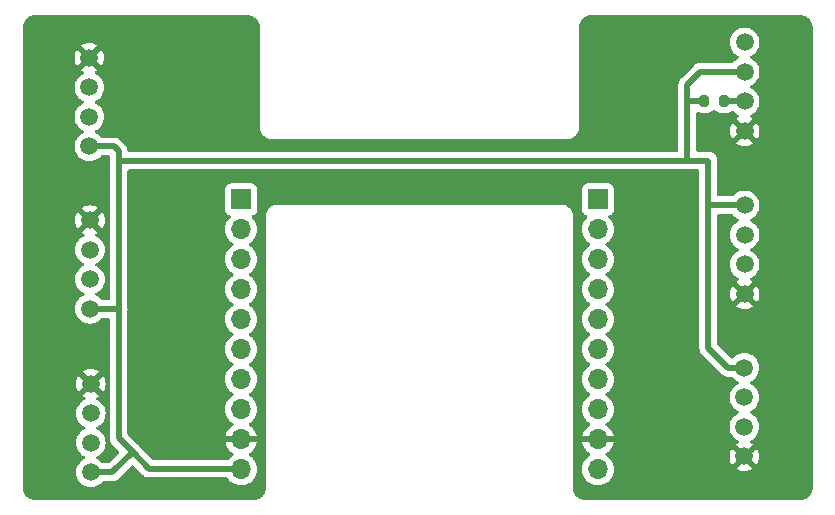
<source format=gbr>
%TF.GenerationSoftware,KiCad,Pcbnew,7.0.2*%
%TF.CreationDate,2024-03-22T11:27:14+01:00*%
%TF.ProjectId,Support_TTGO_invers_,53757070-6f72-4745-9f54-54474f5f696e,rev?*%
%TF.SameCoordinates,Original*%
%TF.FileFunction,Copper,L2,Bot*%
%TF.FilePolarity,Positive*%
%FSLAX46Y46*%
G04 Gerber Fmt 4.6, Leading zero omitted, Abs format (unit mm)*
G04 Created by KiCad (PCBNEW 7.0.2) date 2024-03-22 11:27:14*
%MOMM*%
%LPD*%
G01*
G04 APERTURE LIST*
G04 Aperture macros list*
%AMRoundRect*
0 Rectangle with rounded corners*
0 $1 Rounding radius*
0 $2 $3 $4 $5 $6 $7 $8 $9 X,Y pos of 4 corners*
0 Add a 4 corners polygon primitive as box body*
4,1,4,$2,$3,$4,$5,$6,$7,$8,$9,$2,$3,0*
0 Add four circle primitives for the rounded corners*
1,1,$1+$1,$2,$3*
1,1,$1+$1,$4,$5*
1,1,$1+$1,$6,$7*
1,1,$1+$1,$8,$9*
0 Add four rect primitives between the rounded corners*
20,1,$1+$1,$2,$3,$4,$5,0*
20,1,$1+$1,$4,$5,$6,$7,0*
20,1,$1+$1,$6,$7,$8,$9,0*
20,1,$1+$1,$8,$9,$2,$3,0*%
G04 Aperture macros list end*
%TA.AperFunction,ComponentPad*%
%ADD10R,1.700000X1.700000*%
%TD*%
%TA.AperFunction,ComponentPad*%
%ADD11O,1.700000X1.700000*%
%TD*%
%TA.AperFunction,ComponentPad*%
%ADD12C,1.500000*%
%TD*%
%TA.AperFunction,SMDPad,CuDef*%
%ADD13RoundRect,0.200000X-0.200000X-0.275000X0.200000X-0.275000X0.200000X0.275000X-0.200000X0.275000X0*%
%TD*%
%TA.AperFunction,Conductor*%
%ADD14C,0.500000*%
%TD*%
G04 APERTURE END LIST*
D10*
%TO.P,J2,1,Pin_1*%
%TO.N,IO_37*%
X156610000Y-83570000D03*
D11*
%TO.P,J2,2,Pin_2*%
%TO.N,IO_36*%
X156610000Y-86110000D03*
%TO.P,J2,3,Pin_3*%
%TO.N,unconnected-(J2-Pin_3-Pad3)*%
X156610000Y-88650000D03*
%TO.P,J2,4,Pin_4*%
%TO.N,unconnected-(J2-Pin_4-Pad4)*%
X156610000Y-91190000D03*
%TO.P,J2,5,Pin_5*%
%TO.N,unconnected-(J2-Pin_5-Pad5)*%
X156610000Y-93730000D03*
%TO.P,J2,6,Pin_6*%
%TO.N,IO_48*%
X156610000Y-96270000D03*
%TO.P,J2,7,Pin_7*%
%TO.N,IO_47*%
X156610000Y-98810000D03*
%TO.P,J2,8,Pin_8*%
%TO.N,IO_21*%
X156610000Y-101350000D03*
%TO.P,J2,9,Pin_9*%
%TO.N,GND*%
X156610000Y-103890000D03*
%TO.P,J2,10,Pin_10*%
%TO.N,unconnected-(J2-Pin_10-Pad10)*%
X156610000Y-106430000D03*
%TD*%
D12*
%TO.P,J3,4,Pin_4*%
%TO.N,PMU_DC_DC5*%
X113680000Y-106670000D03*
%TO.P,J3,3,Pin_3*%
%TO.N,IO_14*%
X113680000Y-104170000D03*
%TO.P,J3,2,Pin_2*%
%TO.N,IO_13*%
X113680000Y-101670000D03*
%TO.P,J3,1,Pin_1*%
%TO.N,GND*%
X113680000Y-99170000D03*
%TD*%
D10*
%TO.P,J1,1,Pin_1*%
%TO.N,unconnected-(J1-Pin_1-Pad1)*%
X126410000Y-83570000D03*
D11*
%TO.P,J1,2,Pin_2*%
%TO.N,unconnected-(J1-Pin_2-Pad2)*%
X126410000Y-86110000D03*
%TO.P,J1,3,Pin_3*%
%TO.N,IO_09*%
X126410000Y-88650000D03*
%TO.P,J1,4,Pin_4*%
%TO.N,IO_10*%
X126410000Y-91190000D03*
%TO.P,J1,5,Pin_5*%
%TO.N,IO_11*%
X126410000Y-93730000D03*
%TO.P,J1,6,Pin_6*%
%TO.N,IO_12*%
X126410000Y-96270000D03*
%TO.P,J1,7,Pin_7*%
%TO.N,IO_13*%
X126410000Y-98810000D03*
%TO.P,J1,8,Pin_8*%
%TO.N,IO_14*%
X126410000Y-101350000D03*
%TO.P,J1,9,Pin_9*%
%TO.N,GND*%
X126410000Y-103890000D03*
%TO.P,J1,10,Pin_10*%
%TO.N,PMU_DC_DC5*%
X126410000Y-106430000D03*
%TD*%
D12*
%TO.P,J8,4,Pin_4*%
%TO.N,PMU_DC_DC5*%
X113550000Y-79080000D03*
%TO.P,J8,3,Pin_3*%
%TO.N,IO_10*%
X113550000Y-76580000D03*
%TO.P,J8,2,Pin_2*%
%TO.N,IO_09*%
X113550000Y-74080000D03*
%TO.P,J8,1,Pin_1*%
%TO.N,GND*%
X113550000Y-71580000D03*
%TD*%
%TO.P,J7,4*%
%TO.N,N/C*%
X169030000Y-70270000D03*
%TO.P,J7,3,Pin_3*%
%TO.N,PMU_DC_DC5*%
X169030000Y-72770000D03*
%TO.P,J7,2,Pin_2*%
%TO.N,IO_37*%
X169030000Y-75270000D03*
%TO.P,J7,1,Pin_1*%
%TO.N,GND*%
X169030000Y-77770000D03*
%TD*%
%TO.P,J4,4,Pin_4*%
%TO.N,PMU_DC_DC5*%
X113600000Y-92830000D03*
%TO.P,J4,3,Pin_3*%
%TO.N,IO_12*%
X113600000Y-90330000D03*
%TO.P,J4,2,Pin_2*%
%TO.N,IO_11*%
X113600000Y-87830000D03*
%TO.P,J4,1,Pin_1*%
%TO.N,GND*%
X113600000Y-85330000D03*
%TD*%
%TO.P,J6,4,Pin_4*%
%TO.N,PMU_DC_DC5*%
X169030000Y-84070000D03*
%TO.P,J6,3,Pin_3*%
%TO.N,IO_36*%
X169030000Y-86570000D03*
%TO.P,J6,2,Pin_2*%
%TO.N,IO_48*%
X169030000Y-89070000D03*
%TO.P,J6,1,Pin_1*%
%TO.N,GND*%
X169030000Y-91570000D03*
%TD*%
%TO.P,J5,4,Pin_4*%
%TO.N,PMU_DC_DC5*%
X169010000Y-97830000D03*
%TO.P,J5,3,Pin_3*%
%TO.N,IO_47*%
X169010000Y-100330000D03*
%TO.P,J5,2,Pin_2*%
%TO.N,IO_21*%
X169010000Y-102830000D03*
%TO.P,J5,1,Pin_1*%
%TO.N,GND*%
X169010000Y-105330000D03*
%TD*%
D13*
%TO.P,R1,1*%
%TO.N,PMU_DC_DC5*%
X165625000Y-75270000D03*
%TO.P,R1,2*%
%TO.N,IO_37*%
X167275000Y-75270000D03*
%TD*%
D14*
%TO.N,PMU_DC_DC5*%
X116030000Y-92840000D02*
X116030000Y-79500000D01*
X113600000Y-92830000D02*
X116020000Y-92830000D01*
X116030000Y-103780000D02*
X116030000Y-92840000D01*
X116020000Y-92830000D02*
X116030000Y-92840000D01*
X164180000Y-73850000D02*
X164180000Y-75270000D01*
X165260000Y-72770000D02*
X164180000Y-73850000D01*
X169030000Y-72770000D02*
X165260000Y-72770000D01*
%TO.N,IO_37*%
X167275000Y-75270000D02*
X169030000Y-75270000D01*
%TO.N,PMU_DC_DC5*%
X165625000Y-75270000D02*
X164180000Y-75270000D01*
X164180000Y-75270000D02*
X164180000Y-80280000D01*
X116030000Y-80280000D02*
X164180000Y-80280000D01*
X164180000Y-80280000D02*
X165960000Y-80280000D01*
X165960000Y-84070000D02*
X165960000Y-96140000D01*
X165960000Y-80280000D02*
X165960000Y-84070000D01*
X169030000Y-84070000D02*
X165960000Y-84070000D01*
X167650000Y-97830000D02*
X169010000Y-97830000D01*
X165960000Y-96140000D02*
X167650000Y-97830000D01*
X115610000Y-79080000D02*
X113550000Y-79080000D01*
X116030000Y-79500000D02*
X115610000Y-79080000D01*
X117210000Y-104960000D02*
X116030000Y-103780000D01*
X115500000Y-106670000D02*
X117210000Y-104960000D01*
X113680000Y-106670000D02*
X115500000Y-106670000D01*
X118610000Y-106360000D02*
X117210000Y-104960000D01*
X126500000Y-106360000D02*
X118610000Y-106360000D01*
X116030000Y-97950000D02*
X116020000Y-97960000D01*
%TD*%
%TA.AperFunction,Conductor*%
%TO.N,GND*%
G36*
X127005394Y-67970971D02*
G01*
X127045519Y-67974482D01*
X127171780Y-67986919D01*
X127191682Y-67990540D01*
X127256467Y-68007899D01*
X127260203Y-68008966D01*
X127351570Y-68036682D01*
X127367959Y-68042952D01*
X127433867Y-68073686D01*
X127439867Y-68076685D01*
X127482639Y-68099548D01*
X127519046Y-68119008D01*
X127531715Y-68126791D01*
X127592889Y-68169625D01*
X127600430Y-68175346D01*
X127668455Y-68231172D01*
X127677472Y-68239345D01*
X127730653Y-68292526D01*
X127738826Y-68301543D01*
X127794652Y-68369568D01*
X127800373Y-68377109D01*
X127843207Y-68438283D01*
X127850990Y-68450952D01*
X127893304Y-68530114D01*
X127896328Y-68536163D01*
X127927041Y-68602027D01*
X127933319Y-68618436D01*
X127961008Y-68709713D01*
X127962123Y-68713616D01*
X127979454Y-68778298D01*
X127983082Y-68798237D01*
X127995523Y-68924554D01*
X127997207Y-68943801D01*
X127999030Y-68964638D01*
X127999500Y-68975406D01*
X127999500Y-77382902D01*
X127994926Y-77398478D01*
X127998903Y-77438858D01*
X127999500Y-77451012D01*
X127999500Y-77537533D01*
X128010628Y-77600645D01*
X128009311Y-77612448D01*
X128015263Y-77632067D01*
X128018717Y-77646522D01*
X128029899Y-77709938D01*
X128048897Y-77762135D01*
X128058163Y-77787592D01*
X128058992Y-77800641D01*
X128067129Y-77815864D01*
X128074289Y-77831899D01*
X128077926Y-77841889D01*
X128089776Y-77874447D01*
X128138578Y-77958974D01*
X128142056Y-77973311D01*
X128151793Y-77985176D01*
X128163325Y-78001837D01*
X128179926Y-78030590D01*
X128189372Y-78044560D01*
X128191255Y-78048084D01*
X128209702Y-78064661D01*
X128248914Y-78111393D01*
X128255485Y-78126408D01*
X128265932Y-78134982D01*
X128282254Y-78151126D01*
X128289837Y-78160163D01*
X128298872Y-78167744D01*
X128315018Y-78184067D01*
X128319147Y-78189098D01*
X128338606Y-78201085D01*
X128385337Y-78240297D01*
X128395234Y-78255172D01*
X128405438Y-78260627D01*
X128419408Y-78270072D01*
X128423942Y-78272690D01*
X128423945Y-78272692D01*
X128448165Y-78286676D01*
X128464826Y-78298207D01*
X128471770Y-78303905D01*
X128491019Y-78311417D01*
X128575555Y-78360225D01*
X128618105Y-78375712D01*
X128634141Y-78382872D01*
X128644334Y-78388320D01*
X128662401Y-78391834D01*
X128740062Y-78420101D01*
X128803476Y-78431282D01*
X128817939Y-78434738D01*
X128832541Y-78439167D01*
X128849350Y-78439370D01*
X128912468Y-78450500D01*
X128912469Y-78450500D01*
X128998997Y-78450500D01*
X129011151Y-78451097D01*
X129044302Y-78454362D01*
X129067096Y-78450500D01*
X153932903Y-78450500D01*
X153948476Y-78455073D01*
X153988848Y-78451097D01*
X154001002Y-78450500D01*
X154087530Y-78450500D01*
X154087532Y-78450500D01*
X154150646Y-78439371D01*
X154162444Y-78440687D01*
X154182055Y-78434738D01*
X154196511Y-78431284D01*
X154259938Y-78420101D01*
X154337592Y-78391836D01*
X154350638Y-78391007D01*
X154365854Y-78382874D01*
X154381890Y-78375713D01*
X154424445Y-78360225D01*
X154508976Y-78311420D01*
X154523310Y-78307942D01*
X154535172Y-78298208D01*
X154551834Y-78286676D01*
X154576055Y-78272692D01*
X154576055Y-78272691D01*
X154580586Y-78270076D01*
X154594564Y-78260625D01*
X154598082Y-78258744D01*
X154614658Y-78240300D01*
X154661395Y-78201083D01*
X154676407Y-78194513D01*
X154684977Y-78184071D01*
X154701121Y-78167750D01*
X154710163Y-78160163D01*
X154717750Y-78151121D01*
X154734071Y-78134977D01*
X154739099Y-78130850D01*
X154751082Y-78111397D01*
X154790297Y-78064661D01*
X154805172Y-78054764D01*
X154810625Y-78044564D01*
X154820076Y-78030586D01*
X154822692Y-78026055D01*
X154836676Y-78001834D01*
X154848208Y-77985172D01*
X154853903Y-77978231D01*
X154861418Y-77958979D01*
X154910225Y-77874445D01*
X154925713Y-77831890D01*
X154932874Y-77815854D01*
X154938319Y-77805666D01*
X154941835Y-77787595D01*
X154970101Y-77709938D01*
X154981284Y-77646511D01*
X154984738Y-77632055D01*
X154989166Y-77617458D01*
X154989370Y-77600649D01*
X155000500Y-77537532D01*
X155000500Y-77451002D01*
X155001097Y-77438848D01*
X155004362Y-77405696D01*
X155000500Y-77382903D01*
X155000500Y-68975412D01*
X155000972Y-68964605D01*
X155004476Y-68924554D01*
X155016919Y-68798215D01*
X155020539Y-68778322D01*
X155037908Y-68713498D01*
X155038956Y-68709828D01*
X155066685Y-68618419D01*
X155072948Y-68602049D01*
X155103700Y-68536102D01*
X155106670Y-68530161D01*
X155149012Y-68450944D01*
X155156786Y-68438289D01*
X155199639Y-68377089D01*
X155205330Y-68369587D01*
X155261191Y-68301521D01*
X155269325Y-68292547D01*
X155322547Y-68239325D01*
X155331521Y-68231191D01*
X155399587Y-68175330D01*
X155407089Y-68169639D01*
X155468289Y-68126786D01*
X155480944Y-68119012D01*
X155560161Y-68076670D01*
X155566102Y-68073700D01*
X155632049Y-68042948D01*
X155648419Y-68036685D01*
X155739828Y-68008956D01*
X155743498Y-68007908D01*
X155808318Y-67990540D01*
X155828221Y-67986918D01*
X155954471Y-67974483D01*
X155994640Y-67970968D01*
X156005402Y-67970500D01*
X173784587Y-67970500D01*
X173795394Y-67970971D01*
X173835519Y-67974482D01*
X173961780Y-67986919D01*
X173981682Y-67990540D01*
X174046467Y-68007899D01*
X174050203Y-68008966D01*
X174141570Y-68036682D01*
X174157959Y-68042952D01*
X174223867Y-68073686D01*
X174229867Y-68076685D01*
X174272639Y-68099548D01*
X174309046Y-68119008D01*
X174321715Y-68126791D01*
X174382889Y-68169625D01*
X174390430Y-68175346D01*
X174458455Y-68231172D01*
X174467472Y-68239345D01*
X174520653Y-68292526D01*
X174528826Y-68301543D01*
X174584652Y-68369568D01*
X174590373Y-68377109D01*
X174633207Y-68438283D01*
X174640990Y-68450952D01*
X174683304Y-68530114D01*
X174686328Y-68536163D01*
X174717041Y-68602027D01*
X174723319Y-68618436D01*
X174751008Y-68709713D01*
X174752123Y-68713616D01*
X174769454Y-68778298D01*
X174773082Y-68798237D01*
X174785523Y-68924554D01*
X174787207Y-68943801D01*
X174789030Y-68964638D01*
X174789500Y-68975406D01*
X174789500Y-107994583D01*
X174789028Y-108005393D01*
X174785523Y-108045445D01*
X174773082Y-108171764D01*
X174769455Y-108191696D01*
X174752123Y-108256382D01*
X174751008Y-108260285D01*
X174723319Y-108351562D01*
X174717041Y-108367971D01*
X174686328Y-108433835D01*
X174683304Y-108439884D01*
X174640990Y-108519046D01*
X174633207Y-108531715D01*
X174590373Y-108592889D01*
X174584652Y-108600430D01*
X174528826Y-108668455D01*
X174520653Y-108677472D01*
X174467472Y-108730653D01*
X174458455Y-108738826D01*
X174390430Y-108794652D01*
X174382889Y-108800373D01*
X174321715Y-108843207D01*
X174309046Y-108850990D01*
X174229884Y-108893304D01*
X174223835Y-108896328D01*
X174157971Y-108927041D01*
X174141562Y-108933319D01*
X174050285Y-108961008D01*
X174046382Y-108962123D01*
X173981700Y-108979454D01*
X173961761Y-108983082D01*
X173835445Y-108995523D01*
X173816131Y-108997213D01*
X173795360Y-108999031D01*
X173784594Y-108999500D01*
X155505415Y-108999500D01*
X155494606Y-108999028D01*
X155454550Y-108995523D01*
X155326388Y-108982900D01*
X155306455Y-108979273D01*
X155241194Y-108961786D01*
X155237293Y-108960672D01*
X155144797Y-108932614D01*
X155128388Y-108926336D01*
X155116117Y-108920614D01*
X155061864Y-108895315D01*
X155055840Y-108892303D01*
X154978548Y-108850990D01*
X154975658Y-108849445D01*
X154962989Y-108841662D01*
X154901193Y-108798392D01*
X154893652Y-108792671D01*
X154824768Y-108736140D01*
X154815751Y-108727967D01*
X154762031Y-108674247D01*
X154753858Y-108665230D01*
X154697327Y-108596346D01*
X154691606Y-108588805D01*
X154648336Y-108527009D01*
X154640556Y-108514346D01*
X154597680Y-108434130D01*
X154594697Y-108428164D01*
X154563657Y-108361598D01*
X154557384Y-108345201D01*
X154529326Y-108252705D01*
X154528212Y-108248804D01*
X154512910Y-108191696D01*
X154510724Y-108183538D01*
X154507100Y-108163618D01*
X154494473Y-108035415D01*
X154490968Y-107995359D01*
X154490500Y-107984598D01*
X154490500Y-106429999D01*
X155254340Y-106429999D01*
X155274936Y-106665407D01*
X155276167Y-106670000D01*
X155336097Y-106893663D01*
X155435965Y-107107830D01*
X155571505Y-107301401D01*
X155738599Y-107468495D01*
X155932170Y-107604035D01*
X156146337Y-107703903D01*
X156374592Y-107765063D01*
X156610000Y-107785659D01*
X156845408Y-107765063D01*
X157073663Y-107703903D01*
X157287830Y-107604035D01*
X157481401Y-107468495D01*
X157648495Y-107301401D01*
X157784035Y-107107830D01*
X157883903Y-106893663D01*
X157945063Y-106665408D01*
X157965659Y-106430000D01*
X157964492Y-106416667D01*
X157945063Y-106194592D01*
X157914505Y-106080547D01*
X157883903Y-105966337D01*
X157784035Y-105752171D01*
X157648495Y-105558599D01*
X157481401Y-105391505D01*
X157295402Y-105261267D01*
X157251780Y-105206692D01*
X157244587Y-105137193D01*
X157276109Y-105074839D01*
X157295405Y-105058119D01*
X157481078Y-104928109D01*
X157648106Y-104761081D01*
X157783600Y-104567576D01*
X157883430Y-104353492D01*
X157940636Y-104140000D01*
X157043686Y-104140000D01*
X157069493Y-104099844D01*
X157110000Y-103961889D01*
X157110000Y-103818111D01*
X157069493Y-103680156D01*
X157043686Y-103640000D01*
X157940636Y-103640000D01*
X157940635Y-103639999D01*
X157883430Y-103426507D01*
X157783599Y-103212421D01*
X157648109Y-103018921D01*
X157481081Y-102851893D01*
X157295404Y-102721880D01*
X157251780Y-102667303D01*
X157244587Y-102597804D01*
X157276109Y-102535450D01*
X157295399Y-102518734D01*
X157481401Y-102388495D01*
X157648495Y-102221401D01*
X157784035Y-102027830D01*
X157883903Y-101813663D01*
X157945063Y-101585408D01*
X157965659Y-101350000D01*
X157945063Y-101114592D01*
X157883903Y-100886337D01*
X157784035Y-100672171D01*
X157648495Y-100478599D01*
X157481401Y-100311505D01*
X157295839Y-100181573D01*
X157252216Y-100126998D01*
X157245022Y-100057500D01*
X157276545Y-99995145D01*
X157295837Y-99978428D01*
X157481401Y-99848495D01*
X157648495Y-99681401D01*
X157784035Y-99487830D01*
X157883903Y-99273663D01*
X157945063Y-99045408D01*
X157965659Y-98810000D01*
X157945063Y-98574592D01*
X157883903Y-98346337D01*
X157784035Y-98132171D01*
X157648495Y-97938599D01*
X157481401Y-97771505D01*
X157295839Y-97641573D01*
X157252216Y-97586998D01*
X157245022Y-97517500D01*
X157276545Y-97455145D01*
X157295837Y-97438428D01*
X157481401Y-97308495D01*
X157648495Y-97141401D01*
X157784035Y-96947830D01*
X157883903Y-96733663D01*
X157945063Y-96505408D01*
X157965659Y-96270000D01*
X157945063Y-96034592D01*
X157883903Y-95806337D01*
X157784035Y-95592171D01*
X157648495Y-95398599D01*
X157481401Y-95231505D01*
X157295839Y-95101573D01*
X157252216Y-95046998D01*
X157245022Y-94977500D01*
X157276545Y-94915145D01*
X157295837Y-94898428D01*
X157481401Y-94768495D01*
X157648495Y-94601401D01*
X157784035Y-94407830D01*
X157883903Y-94193663D01*
X157945063Y-93965408D01*
X157965659Y-93730000D01*
X157945063Y-93494592D01*
X157883903Y-93266337D01*
X157784035Y-93052171D01*
X157648495Y-92858599D01*
X157481401Y-92691505D01*
X157295839Y-92561573D01*
X157252216Y-92506998D01*
X157245022Y-92437500D01*
X157276545Y-92375145D01*
X157295837Y-92358428D01*
X157481401Y-92228495D01*
X157648495Y-92061401D01*
X157784035Y-91867830D01*
X157883903Y-91653663D01*
X157945063Y-91425408D01*
X157965659Y-91190000D01*
X157961011Y-91136880D01*
X157945063Y-90954592D01*
X157925191Y-90880427D01*
X157883903Y-90726337D01*
X157784035Y-90512171D01*
X157648495Y-90318599D01*
X157481401Y-90151505D01*
X157295839Y-90021573D01*
X157252216Y-89966998D01*
X157245022Y-89897500D01*
X157276545Y-89835145D01*
X157295837Y-89818428D01*
X157481401Y-89688495D01*
X157648495Y-89521401D01*
X157784035Y-89327830D01*
X157883903Y-89113663D01*
X157945063Y-88885408D01*
X157965659Y-88650000D01*
X157945063Y-88414592D01*
X157883903Y-88186337D01*
X157784035Y-87972171D01*
X157648495Y-87778599D01*
X157481401Y-87611505D01*
X157295839Y-87481573D01*
X157252216Y-87426998D01*
X157245022Y-87357500D01*
X157276545Y-87295145D01*
X157295837Y-87278428D01*
X157481401Y-87148495D01*
X157648495Y-86981401D01*
X157784035Y-86787830D01*
X157883903Y-86573663D01*
X157945063Y-86345408D01*
X157965659Y-86110000D01*
X157945063Y-85874592D01*
X157883903Y-85646337D01*
X157784035Y-85432171D01*
X157648495Y-85238599D01*
X157526569Y-85116673D01*
X157493084Y-85055350D01*
X157498068Y-84985658D01*
X157539940Y-84929725D01*
X157570915Y-84912810D01*
X157702331Y-84863796D01*
X157817546Y-84777546D01*
X157903796Y-84662331D01*
X157954091Y-84527483D01*
X157960500Y-84467873D01*
X157960499Y-82672128D01*
X157954091Y-82612517D01*
X157903796Y-82477669D01*
X157817546Y-82362454D01*
X157702331Y-82276204D01*
X157567483Y-82225909D01*
X157507873Y-82219500D01*
X157504550Y-82219500D01*
X155715439Y-82219500D01*
X155715420Y-82219500D01*
X155712128Y-82219501D01*
X155708848Y-82219853D01*
X155708840Y-82219854D01*
X155652515Y-82225909D01*
X155517669Y-82276204D01*
X155402454Y-82362454D01*
X155316204Y-82477668D01*
X155265910Y-82612515D01*
X155265909Y-82612517D01*
X155259500Y-82672127D01*
X155259500Y-82675448D01*
X155259500Y-82675449D01*
X155259500Y-84464560D01*
X155259500Y-84464578D01*
X155259501Y-84467872D01*
X155259853Y-84471152D01*
X155259854Y-84471159D01*
X155263519Y-84505250D01*
X155265909Y-84527483D01*
X155316204Y-84662331D01*
X155402454Y-84777546D01*
X155517669Y-84863796D01*
X155628271Y-84905048D01*
X155649082Y-84912810D01*
X155705016Y-84954681D01*
X155729433Y-85020146D01*
X155714581Y-85088419D01*
X155693431Y-85116673D01*
X155571503Y-85238601D01*
X155435965Y-85432170D01*
X155336097Y-85646336D01*
X155274936Y-85874592D01*
X155254340Y-86110000D01*
X155274936Y-86345407D01*
X155307608Y-86467340D01*
X155336097Y-86573663D01*
X155435965Y-86787830D01*
X155571505Y-86981401D01*
X155738599Y-87148495D01*
X155924160Y-87278426D01*
X155967783Y-87333002D01*
X155974976Y-87402501D01*
X155943454Y-87464855D01*
X155924159Y-87481575D01*
X155738595Y-87611508D01*
X155571505Y-87778598D01*
X155435965Y-87972170D01*
X155336097Y-88186336D01*
X155274936Y-88414592D01*
X155254340Y-88650000D01*
X155274936Y-88885407D01*
X155308207Y-89009575D01*
X155336097Y-89113663D01*
X155435965Y-89327830D01*
X155571505Y-89521401D01*
X155738599Y-89688495D01*
X155924160Y-89818426D01*
X155967783Y-89873002D01*
X155974976Y-89942501D01*
X155943454Y-90004855D01*
X155924158Y-90021575D01*
X155794986Y-90112023D01*
X155738595Y-90151508D01*
X155571505Y-90318598D01*
X155435965Y-90512170D01*
X155336097Y-90726336D01*
X155274936Y-90954592D01*
X155254340Y-91189999D01*
X155274936Y-91425407D01*
X155313680Y-91570000D01*
X155336097Y-91653663D01*
X155435965Y-91867830D01*
X155571505Y-92061401D01*
X155738599Y-92228495D01*
X155924160Y-92358426D01*
X155967783Y-92413002D01*
X155974976Y-92482501D01*
X155943454Y-92544855D01*
X155924158Y-92561575D01*
X155788355Y-92656666D01*
X155738595Y-92691508D01*
X155571505Y-92858598D01*
X155435965Y-93052170D01*
X155336097Y-93266336D01*
X155274936Y-93494592D01*
X155254340Y-93729999D01*
X155274936Y-93965407D01*
X155307055Y-94085277D01*
X155336097Y-94193663D01*
X155435965Y-94407830D01*
X155571505Y-94601401D01*
X155738599Y-94768495D01*
X155924160Y-94898426D01*
X155967783Y-94953002D01*
X155974976Y-95022501D01*
X155943454Y-95084855D01*
X155924159Y-95101575D01*
X155738595Y-95231508D01*
X155571505Y-95398598D01*
X155435965Y-95592170D01*
X155336097Y-95806336D01*
X155274936Y-96034592D01*
X155254340Y-96270000D01*
X155274936Y-96505407D01*
X155313794Y-96650425D01*
X155336097Y-96733663D01*
X155435965Y-96947830D01*
X155571505Y-97141401D01*
X155738599Y-97308495D01*
X155924160Y-97438426D01*
X155967783Y-97493002D01*
X155974976Y-97562501D01*
X155943454Y-97624855D01*
X155924159Y-97641575D01*
X155738595Y-97771508D01*
X155571505Y-97938598D01*
X155435965Y-98132170D01*
X155336097Y-98346336D01*
X155274936Y-98574592D01*
X155254340Y-98810000D01*
X155274936Y-99045407D01*
X155308321Y-99170000D01*
X155336097Y-99273663D01*
X155435965Y-99487830D01*
X155571505Y-99681401D01*
X155738599Y-99848495D01*
X155924160Y-99978426D01*
X155967783Y-100033002D01*
X155974976Y-100102501D01*
X155943454Y-100164855D01*
X155924158Y-100181575D01*
X155744548Y-100307340D01*
X155738595Y-100311508D01*
X155571505Y-100478598D01*
X155435965Y-100672170D01*
X155336097Y-100886336D01*
X155274936Y-101114592D01*
X155254340Y-101350000D01*
X155274936Y-101585407D01*
X155317136Y-101742898D01*
X155336097Y-101813663D01*
X155435965Y-102027830D01*
X155571505Y-102221401D01*
X155738599Y-102388495D01*
X155924596Y-102518732D01*
X155968219Y-102573307D01*
X155975412Y-102642806D01*
X155943890Y-102705160D01*
X155924595Y-102721880D01*
X155738919Y-102851892D01*
X155571890Y-103018921D01*
X155436400Y-103212421D01*
X155336569Y-103426507D01*
X155279364Y-103639999D01*
X155279364Y-103640000D01*
X156176314Y-103640000D01*
X156150507Y-103680156D01*
X156110000Y-103818111D01*
X156110000Y-103961889D01*
X156150507Y-104099844D01*
X156176314Y-104140000D01*
X155279364Y-104140000D01*
X155336569Y-104353492D01*
X155436399Y-104567576D01*
X155571893Y-104761081D01*
X155738918Y-104928106D01*
X155924595Y-105058119D01*
X155968219Y-105112696D01*
X155975412Y-105182195D01*
X155943890Y-105244549D01*
X155924595Y-105261269D01*
X155738595Y-105391508D01*
X155571505Y-105558598D01*
X155435965Y-105752170D01*
X155336097Y-105966336D01*
X155274936Y-106194592D01*
X155254340Y-106429999D01*
X154490500Y-106429999D01*
X154490500Y-85067101D01*
X154495074Y-85051522D01*
X154491097Y-85011142D01*
X154490500Y-84998987D01*
X154490500Y-84913342D01*
X154489038Y-84905048D01*
X154479651Y-84851813D01*
X154480984Y-84839854D01*
X154474924Y-84819874D01*
X154471469Y-84805410D01*
X154466556Y-84777545D01*
X154460405Y-84742660D01*
X154432768Y-84666731D01*
X154431927Y-84653485D01*
X154423603Y-84637912D01*
X154416443Y-84621877D01*
X154401127Y-84579797D01*
X154398678Y-84575556D01*
X154353325Y-84497001D01*
X154349794Y-84482448D01*
X154339811Y-84470284D01*
X154328281Y-84453624D01*
X154314470Y-84429702D01*
X154314468Y-84429700D01*
X154311800Y-84425078D01*
X154302451Y-84411249D01*
X154300455Y-84407516D01*
X154281739Y-84390695D01*
X154259307Y-84363962D01*
X154244239Y-84346004D01*
X154237570Y-84330766D01*
X154226837Y-84321958D01*
X154210512Y-84305810D01*
X154203064Y-84296933D01*
X154194187Y-84289485D01*
X154178040Y-84273161D01*
X154173744Y-84267927D01*
X154153992Y-84255758D01*
X154109303Y-84218259D01*
X154099262Y-84203167D01*
X154088749Y-84197548D01*
X154074925Y-84188201D01*
X154062968Y-84181298D01*
X154046381Y-84171721D01*
X154029720Y-84160190D01*
X154022551Y-84154307D01*
X154002997Y-84146674D01*
X153920205Y-84098874D01*
X153920204Y-84098873D01*
X153920203Y-84098873D01*
X153878126Y-84083558D01*
X153862092Y-84076398D01*
X153851621Y-84070801D01*
X153833266Y-84067230D01*
X153810632Y-84058992D01*
X153757340Y-84039595D01*
X153739350Y-84036423D01*
X153694588Y-84028530D01*
X153680128Y-84025075D01*
X153665232Y-84020556D01*
X153648183Y-84020348D01*
X153586659Y-84009500D01*
X153586658Y-84009500D01*
X153501021Y-84009500D01*
X153488866Y-84008903D01*
X153455585Y-84005624D01*
X153432848Y-84009471D01*
X152743791Y-84009184D01*
X129567051Y-83999527D01*
X129551433Y-83994934D01*
X129511137Y-83998903D01*
X129498983Y-83999500D01*
X129412466Y-83999500D01*
X129349352Y-84010628D01*
X129337550Y-84009311D01*
X129317927Y-84015264D01*
X129303466Y-84018719D01*
X129240062Y-84029899D01*
X129162407Y-84058163D01*
X129149355Y-84058992D01*
X129134129Y-84067131D01*
X129118089Y-84074293D01*
X129075556Y-84089774D01*
X128991024Y-84138579D01*
X128976686Y-84142057D01*
X128964817Y-84151798D01*
X128948156Y-84163329D01*
X128919415Y-84179922D01*
X128905444Y-84189368D01*
X128901921Y-84191250D01*
X128885338Y-84209702D01*
X128838605Y-84248915D01*
X128823589Y-84255486D01*
X128815015Y-84265934D01*
X128798873Y-84282254D01*
X128789836Y-84289836D01*
X128782254Y-84298873D01*
X128765934Y-84315015D01*
X128760905Y-84319142D01*
X128748915Y-84338605D01*
X128709702Y-84385338D01*
X128694824Y-84395236D01*
X128689368Y-84405444D01*
X128679922Y-84419415D01*
X128663329Y-84448156D01*
X128651798Y-84464817D01*
X128646096Y-84471764D01*
X128638579Y-84491024D01*
X128589774Y-84575556D01*
X128574293Y-84618089D01*
X128567131Y-84634129D01*
X128561680Y-84644325D01*
X128558163Y-84662407D01*
X128529899Y-84740062D01*
X128518719Y-84803466D01*
X128515264Y-84817927D01*
X128510831Y-84832540D01*
X128510628Y-84849352D01*
X128499500Y-84912465D01*
X128499500Y-84998982D01*
X128498903Y-85011136D01*
X128495636Y-85044301D01*
X128499500Y-85067101D01*
X128499500Y-107994583D01*
X128499028Y-108005393D01*
X128495523Y-108045445D01*
X128483082Y-108171764D01*
X128479455Y-108191696D01*
X128462123Y-108256382D01*
X128461008Y-108260285D01*
X128433319Y-108351562D01*
X128427041Y-108367971D01*
X128396328Y-108433835D01*
X128393304Y-108439884D01*
X128350990Y-108519046D01*
X128343207Y-108531715D01*
X128300373Y-108592889D01*
X128294652Y-108600430D01*
X128238826Y-108668455D01*
X128230653Y-108677472D01*
X128177472Y-108730653D01*
X128168455Y-108738826D01*
X128100430Y-108794652D01*
X128092889Y-108800373D01*
X128031715Y-108843207D01*
X128019046Y-108850990D01*
X127939884Y-108893304D01*
X127933835Y-108896328D01*
X127867971Y-108927041D01*
X127851562Y-108933319D01*
X127760285Y-108961008D01*
X127756382Y-108962123D01*
X127691700Y-108979454D01*
X127671761Y-108983082D01*
X127545445Y-108995523D01*
X127526131Y-108997213D01*
X127505360Y-108999031D01*
X127494594Y-108999500D01*
X108925416Y-108999500D01*
X108914606Y-108999028D01*
X108874554Y-108995523D01*
X108748234Y-108983082D01*
X108728302Y-108979455D01*
X108663616Y-108962123D01*
X108659713Y-108961008D01*
X108568436Y-108933319D01*
X108552027Y-108927041D01*
X108486163Y-108896328D01*
X108480114Y-108893304D01*
X108400952Y-108850990D01*
X108388283Y-108843207D01*
X108327109Y-108800373D01*
X108319568Y-108794652D01*
X108251543Y-108738826D01*
X108242526Y-108730653D01*
X108189345Y-108677472D01*
X108181172Y-108668455D01*
X108125346Y-108600430D01*
X108119625Y-108592889D01*
X108076791Y-108531715D01*
X108069008Y-108519046D01*
X108049548Y-108482639D01*
X108026685Y-108439867D01*
X108023686Y-108433867D01*
X107992952Y-108367959D01*
X107986682Y-108351570D01*
X107958966Y-108260203D01*
X107957899Y-108256467D01*
X107940541Y-108191685D01*
X107936918Y-108171773D01*
X107924476Y-108045444D01*
X107923598Y-108035415D01*
X107920968Y-108005360D01*
X107920500Y-107994597D01*
X107920500Y-79080000D01*
X112294722Y-79080000D01*
X112313792Y-79297974D01*
X112370425Y-79509331D01*
X112403314Y-79579860D01*
X112462898Y-79707639D01*
X112588402Y-79886877D01*
X112743123Y-80041598D01*
X112922361Y-80167102D01*
X113120670Y-80259575D01*
X113332023Y-80316207D01*
X113477340Y-80328920D01*
X113549999Y-80335277D01*
X113549999Y-80335276D01*
X113550000Y-80335277D01*
X113767977Y-80316207D01*
X113979330Y-80259575D01*
X114177639Y-80167102D01*
X114356877Y-80041598D01*
X114511598Y-79886877D01*
X114514050Y-79883374D01*
X114568629Y-79839750D01*
X114615624Y-79830500D01*
X115155500Y-79830500D01*
X115222539Y-79850185D01*
X115268294Y-79902989D01*
X115279500Y-79954500D01*
X115279500Y-80254554D01*
X115279290Y-80261764D01*
X115275668Y-80323933D01*
X115277616Y-80334975D01*
X115279500Y-80356509D01*
X115279500Y-91955500D01*
X115259815Y-92022539D01*
X115207011Y-92068294D01*
X115155500Y-92079500D01*
X114665624Y-92079500D01*
X114598585Y-92059815D01*
X114564047Y-92026621D01*
X114561595Y-92023119D01*
X114406880Y-91868405D01*
X114406877Y-91868402D01*
X114227639Y-91742898D01*
X114119306Y-91692381D01*
X114066868Y-91646210D01*
X114047716Y-91579016D01*
X114067932Y-91512135D01*
X114119307Y-91467618D01*
X114227639Y-91417102D01*
X114406877Y-91291598D01*
X114561598Y-91136877D01*
X114687102Y-90957639D01*
X114779575Y-90759330D01*
X114836207Y-90547977D01*
X114855277Y-90330000D01*
X114854279Y-90318598D01*
X114836207Y-90112025D01*
X114836207Y-90112023D01*
X114779575Y-89900670D01*
X114687102Y-89702362D01*
X114561598Y-89523123D01*
X114406877Y-89368402D01*
X114227639Y-89242898D01*
X114119306Y-89192381D01*
X114066868Y-89146210D01*
X114047716Y-89079016D01*
X114067932Y-89012135D01*
X114119307Y-88967618D01*
X114227639Y-88917102D01*
X114406877Y-88791598D01*
X114561598Y-88636877D01*
X114687102Y-88457639D01*
X114779575Y-88259330D01*
X114836207Y-88047977D01*
X114855277Y-87830000D01*
X114836207Y-87612023D01*
X114779575Y-87400670D01*
X114687102Y-87202362D01*
X114561598Y-87023123D01*
X114406877Y-86868402D01*
X114227639Y-86742898D01*
X114175921Y-86718781D01*
X114118714Y-86692105D01*
X114066275Y-86645932D01*
X114047123Y-86578739D01*
X114067339Y-86511858D01*
X114118715Y-86467340D01*
X114227388Y-86416665D01*
X114289572Y-86373124D01*
X113732534Y-85816086D01*
X113742315Y-85814680D01*
X113873100Y-85754952D01*
X113981761Y-85660798D01*
X114059493Y-85539844D01*
X114083076Y-85459524D01*
X114643124Y-86019572D01*
X114686667Y-85957385D01*
X114779102Y-85759159D01*
X114835712Y-85547886D01*
X114854775Y-85330000D01*
X114835712Y-85112113D01*
X114779102Y-84900840D01*
X114686667Y-84702615D01*
X114643123Y-84640427D01*
X114083076Y-85200474D01*
X114059493Y-85120156D01*
X113981761Y-84999202D01*
X113873100Y-84905048D01*
X113742315Y-84845320D01*
X113732534Y-84843913D01*
X114289572Y-84286875D01*
X114289571Y-84286873D01*
X114227386Y-84243331D01*
X114029161Y-84150898D01*
X113817886Y-84094287D01*
X113599999Y-84075224D01*
X113382113Y-84094287D01*
X113170840Y-84150897D01*
X112972611Y-84243333D01*
X112910428Y-84286874D01*
X112910427Y-84286875D01*
X113467466Y-84843913D01*
X113457685Y-84845320D01*
X113326900Y-84905048D01*
X113218239Y-84999202D01*
X113140507Y-85120156D01*
X113116923Y-85200475D01*
X112556875Y-84640427D01*
X112556874Y-84640428D01*
X112513333Y-84702611D01*
X112420897Y-84900840D01*
X112364287Y-85112113D01*
X112345224Y-85330000D01*
X112364287Y-85547886D01*
X112420898Y-85759161D01*
X112513331Y-85957386D01*
X112556873Y-86019571D01*
X112556875Y-86019572D01*
X113116923Y-85459523D01*
X113140507Y-85539844D01*
X113218239Y-85660798D01*
X113326900Y-85754952D01*
X113457685Y-85814680D01*
X113467466Y-85816086D01*
X112910426Y-86373124D01*
X112910427Y-86373125D01*
X112972612Y-86416667D01*
X113081284Y-86467341D01*
X113133724Y-86513513D01*
X113152876Y-86580706D01*
X113132661Y-86647587D01*
X113081286Y-86692105D01*
X112972359Y-86742899D01*
X112793122Y-86868402D01*
X112638402Y-87023122D01*
X112512898Y-87202361D01*
X112420425Y-87400668D01*
X112363792Y-87612025D01*
X112344722Y-87830000D01*
X112363792Y-88047974D01*
X112420425Y-88259331D01*
X112470261Y-88366205D01*
X112512898Y-88457639D01*
X112638402Y-88636877D01*
X112793123Y-88791598D01*
X112972361Y-88917102D01*
X113080693Y-88967618D01*
X113133132Y-89013790D01*
X113152284Y-89080984D01*
X113132068Y-89147865D01*
X113080693Y-89192382D01*
X112972361Y-89242898D01*
X112793122Y-89368402D01*
X112638402Y-89523122D01*
X112512898Y-89702361D01*
X112420425Y-89900668D01*
X112363792Y-90112025D01*
X112344722Y-90329999D01*
X112363792Y-90547974D01*
X112411584Y-90726337D01*
X112420425Y-90759330D01*
X112512898Y-90957639D01*
X112638402Y-91136877D01*
X112793123Y-91291598D01*
X112972361Y-91417102D01*
X113080693Y-91467618D01*
X113133132Y-91513790D01*
X113152284Y-91580984D01*
X113132068Y-91647865D01*
X113080693Y-91692382D01*
X112972361Y-91742898D01*
X112793122Y-91868402D01*
X112638402Y-92023122D01*
X112512898Y-92202361D01*
X112420425Y-92400668D01*
X112363792Y-92612025D01*
X112344722Y-92829999D01*
X112363792Y-93047974D01*
X112364916Y-93052170D01*
X112420425Y-93259330D01*
X112512898Y-93457639D01*
X112638402Y-93636877D01*
X112793123Y-93791598D01*
X112972361Y-93917102D01*
X113170670Y-94009575D01*
X113382023Y-94066207D01*
X113600000Y-94085277D01*
X113817977Y-94066207D01*
X114029330Y-94009575D01*
X114227639Y-93917102D01*
X114406877Y-93791598D01*
X114561598Y-93636877D01*
X114564050Y-93633374D01*
X114618629Y-93589750D01*
X114665624Y-93580500D01*
X115155500Y-93580500D01*
X115222539Y-93600185D01*
X115268294Y-93652989D01*
X115279500Y-93704500D01*
X115279499Y-97822225D01*
X115276938Y-97847297D01*
X115267266Y-97894141D01*
X115272369Y-98069512D01*
X115275275Y-98080356D01*
X115279500Y-98112450D01*
X115279500Y-103716294D01*
X115278191Y-103734264D01*
X115274711Y-103758023D01*
X115279028Y-103807368D01*
X115279500Y-103818175D01*
X115279500Y-103823709D01*
X115279916Y-103827272D01*
X115279917Y-103827282D01*
X115283098Y-103854496D01*
X115283464Y-103858082D01*
X115290109Y-103934041D01*
X115294329Y-103953071D01*
X115294758Y-103954251D01*
X115294759Y-103954255D01*
X115320413Y-104024742D01*
X115321582Y-104028107D01*
X115345580Y-104100524D01*
X115354075Y-104118072D01*
X115395979Y-104181784D01*
X115397889Y-104184782D01*
X115434005Y-104243333D01*
X115437952Y-104249732D01*
X115450253Y-104264830D01*
X115451168Y-104265693D01*
X115451170Y-104265696D01*
X115503378Y-104314952D01*
X115505708Y-104317150D01*
X115508294Y-104319662D01*
X116060951Y-104872319D01*
X116094435Y-104933641D01*
X116089451Y-105003333D01*
X116060950Y-105047680D01*
X115225451Y-105883181D01*
X115164128Y-105916666D01*
X115137770Y-105919500D01*
X114745624Y-105919500D01*
X114678585Y-105899815D01*
X114644047Y-105866621D01*
X114641595Y-105863119D01*
X114486880Y-105708405D01*
X114486877Y-105708402D01*
X114307639Y-105582898D01*
X114199306Y-105532381D01*
X114146868Y-105486210D01*
X114127716Y-105419016D01*
X114147932Y-105352135D01*
X114199307Y-105307618D01*
X114307639Y-105257102D01*
X114486877Y-105131598D01*
X114641598Y-104976877D01*
X114767102Y-104797639D01*
X114859575Y-104599330D01*
X114916207Y-104387977D01*
X114935277Y-104170000D01*
X114916207Y-103952023D01*
X114859575Y-103740670D01*
X114767102Y-103542362D01*
X114641598Y-103363123D01*
X114486877Y-103208402D01*
X114307639Y-103082898D01*
X114199306Y-103032381D01*
X114146868Y-102986210D01*
X114127716Y-102919016D01*
X114147932Y-102852135D01*
X114199307Y-102807618D01*
X114307639Y-102757102D01*
X114486877Y-102631598D01*
X114641598Y-102476877D01*
X114767102Y-102297639D01*
X114859575Y-102099330D01*
X114916207Y-101887977D01*
X114935277Y-101670000D01*
X114916207Y-101452023D01*
X114859575Y-101240670D01*
X114767102Y-101042362D01*
X114641598Y-100863123D01*
X114486877Y-100708402D01*
X114307639Y-100582898D01*
X114232751Y-100547977D01*
X114198714Y-100532105D01*
X114146275Y-100485932D01*
X114127123Y-100418739D01*
X114147339Y-100351858D01*
X114198715Y-100307340D01*
X114307388Y-100256665D01*
X114369572Y-100213124D01*
X113812534Y-99656086D01*
X113822315Y-99654680D01*
X113953100Y-99594952D01*
X114061761Y-99500798D01*
X114139493Y-99379844D01*
X114163076Y-99299524D01*
X114723124Y-99859572D01*
X114766667Y-99797385D01*
X114859102Y-99599159D01*
X114915712Y-99387886D01*
X114934775Y-99170000D01*
X114915712Y-98952113D01*
X114859102Y-98740840D01*
X114766667Y-98542615D01*
X114723123Y-98480427D01*
X114163076Y-99040474D01*
X114139493Y-98960156D01*
X114061761Y-98839202D01*
X113953100Y-98745048D01*
X113822315Y-98685320D01*
X113812534Y-98683913D01*
X114369572Y-98126875D01*
X114369571Y-98126873D01*
X114307386Y-98083331D01*
X114109161Y-97990898D01*
X113897886Y-97934287D01*
X113680000Y-97915224D01*
X113462113Y-97934287D01*
X113250840Y-97990897D01*
X113052611Y-98083333D01*
X112990428Y-98126874D01*
X112990427Y-98126875D01*
X113547466Y-98683913D01*
X113537685Y-98685320D01*
X113406900Y-98745048D01*
X113298239Y-98839202D01*
X113220507Y-98960156D01*
X113196923Y-99040475D01*
X112636875Y-98480427D01*
X112636874Y-98480428D01*
X112593333Y-98542611D01*
X112500897Y-98740840D01*
X112444287Y-98952113D01*
X112425224Y-99170000D01*
X112444287Y-99387886D01*
X112500898Y-99599161D01*
X112593331Y-99797386D01*
X112636873Y-99859571D01*
X112636875Y-99859572D01*
X113196923Y-99299523D01*
X113220507Y-99379844D01*
X113298239Y-99500798D01*
X113406900Y-99594952D01*
X113537685Y-99654680D01*
X113547466Y-99656086D01*
X112990426Y-100213124D01*
X112990427Y-100213125D01*
X113052612Y-100256667D01*
X113161284Y-100307341D01*
X113213724Y-100353513D01*
X113232876Y-100420706D01*
X113212661Y-100487587D01*
X113161286Y-100532105D01*
X113052359Y-100582899D01*
X112873122Y-100708402D01*
X112718402Y-100863122D01*
X112592898Y-101042361D01*
X112500425Y-101240668D01*
X112443792Y-101452025D01*
X112424722Y-101670000D01*
X112443792Y-101887974D01*
X112481266Y-102027830D01*
X112500425Y-102099330D01*
X112592898Y-102297639D01*
X112718402Y-102476877D01*
X112873123Y-102631598D01*
X113052361Y-102757102D01*
X113160693Y-102807618D01*
X113213132Y-102853790D01*
X113232284Y-102920984D01*
X113212068Y-102987865D01*
X113160693Y-103032382D01*
X113052361Y-103082898D01*
X112873122Y-103208402D01*
X112718402Y-103363122D01*
X112592898Y-103542361D01*
X112500425Y-103740668D01*
X112443792Y-103952025D01*
X112424722Y-104169999D01*
X112443792Y-104387974D01*
X112491916Y-104567576D01*
X112500425Y-104599330D01*
X112592898Y-104797639D01*
X112718402Y-104976877D01*
X112873123Y-105131598D01*
X113052361Y-105257102D01*
X113160693Y-105307618D01*
X113213132Y-105353790D01*
X113232284Y-105420984D01*
X113212068Y-105487865D01*
X113160693Y-105532382D01*
X113052361Y-105582898D01*
X112873122Y-105708402D01*
X112718402Y-105863122D01*
X112592898Y-106042361D01*
X112500425Y-106240668D01*
X112443792Y-106452025D01*
X112424722Y-106669999D01*
X112443792Y-106887974D01*
X112500425Y-107099331D01*
X112543498Y-107191701D01*
X112592898Y-107297639D01*
X112718402Y-107476877D01*
X112873123Y-107631598D01*
X113052361Y-107757102D01*
X113250670Y-107849575D01*
X113462023Y-107906207D01*
X113680000Y-107925277D01*
X113897977Y-107906207D01*
X114109330Y-107849575D01*
X114307639Y-107757102D01*
X114486877Y-107631598D01*
X114641598Y-107476877D01*
X114644050Y-107473374D01*
X114698629Y-107429750D01*
X114745624Y-107420500D01*
X115436294Y-107420500D01*
X115454264Y-107421809D01*
X115458320Y-107422402D01*
X115478023Y-107425289D01*
X115527368Y-107420972D01*
X115538176Y-107420500D01*
X115540100Y-107420500D01*
X115543709Y-107420500D01*
X115574550Y-107416894D01*
X115578031Y-107416539D01*
X115652797Y-107409999D01*
X115652797Y-107409998D01*
X115654052Y-107409889D01*
X115673062Y-107405674D01*
X115674250Y-107405241D01*
X115674255Y-107405241D01*
X115744820Y-107379557D01*
X115748095Y-107378419D01*
X115819334Y-107354814D01*
X115819336Y-107354812D01*
X115820536Y-107354415D01*
X115838063Y-107345929D01*
X115839112Y-107345238D01*
X115839117Y-107345237D01*
X115901806Y-107304005D01*
X115904798Y-107302099D01*
X115968656Y-107262712D01*
X115968656Y-107262711D01*
X115969729Y-107262050D01*
X115984824Y-107249753D01*
X115985692Y-107248832D01*
X115985696Y-107248830D01*
X116037185Y-107194253D01*
X116039631Y-107191735D01*
X117122318Y-106109047D01*
X117183641Y-106075563D01*
X117253333Y-106080547D01*
X117297680Y-106109048D01*
X118034269Y-106845637D01*
X118046051Y-106859270D01*
X118060390Y-106878531D01*
X118098338Y-106910373D01*
X118106313Y-106917681D01*
X118110223Y-106921591D01*
X118134556Y-106940830D01*
X118137335Y-106943095D01*
X118195752Y-106992113D01*
X118212179Y-107002578D01*
X118281320Y-107034819D01*
X118284567Y-107036391D01*
X118352699Y-107070609D01*
X118371087Y-107077000D01*
X118372323Y-107077255D01*
X118372327Y-107077257D01*
X118445895Y-107092447D01*
X118449242Y-107093189D01*
X118522279Y-107110500D01*
X118522281Y-107110500D01*
X118523509Y-107110791D01*
X118542878Y-107112770D01*
X118544140Y-107112733D01*
X118544144Y-107112734D01*
X118616533Y-107110627D01*
X118619131Y-107110552D01*
X118622737Y-107110500D01*
X125173285Y-107110500D01*
X125240324Y-107130185D01*
X125274859Y-107163376D01*
X125371505Y-107301401D01*
X125538599Y-107468495D01*
X125732170Y-107604035D01*
X125946337Y-107703903D01*
X126174592Y-107765063D01*
X126410000Y-107785659D01*
X126645408Y-107765063D01*
X126873663Y-107703903D01*
X127087830Y-107604035D01*
X127281401Y-107468495D01*
X127448495Y-107301401D01*
X127584035Y-107107830D01*
X127683903Y-106893663D01*
X127745063Y-106665408D01*
X127765659Y-106430000D01*
X127745063Y-106194592D01*
X127683903Y-105966337D01*
X127584035Y-105752171D01*
X127448495Y-105558599D01*
X127281401Y-105391505D01*
X127095402Y-105261267D01*
X127051780Y-105206692D01*
X127044587Y-105137193D01*
X127076109Y-105074839D01*
X127095405Y-105058119D01*
X127281078Y-104928109D01*
X127448106Y-104761081D01*
X127583600Y-104567576D01*
X127683430Y-104353492D01*
X127740636Y-104140000D01*
X126843686Y-104140000D01*
X126869493Y-104099844D01*
X126910000Y-103961889D01*
X126910000Y-103818111D01*
X126869493Y-103680156D01*
X126843686Y-103640000D01*
X127740636Y-103640000D01*
X127740635Y-103639999D01*
X127683430Y-103426507D01*
X127583599Y-103212421D01*
X127448109Y-103018921D01*
X127281081Y-102851893D01*
X127095404Y-102721880D01*
X127051780Y-102667303D01*
X127044587Y-102597804D01*
X127076109Y-102535450D01*
X127095399Y-102518734D01*
X127281401Y-102388495D01*
X127448495Y-102221401D01*
X127584035Y-102027830D01*
X127683903Y-101813663D01*
X127745063Y-101585408D01*
X127765659Y-101350000D01*
X127745063Y-101114592D01*
X127683903Y-100886337D01*
X127584035Y-100672171D01*
X127448495Y-100478599D01*
X127281401Y-100311505D01*
X127095839Y-100181573D01*
X127052216Y-100126998D01*
X127045022Y-100057500D01*
X127076545Y-99995145D01*
X127095837Y-99978428D01*
X127281401Y-99848495D01*
X127448495Y-99681401D01*
X127584035Y-99487830D01*
X127683903Y-99273663D01*
X127745063Y-99045408D01*
X127765659Y-98810000D01*
X127745778Y-98582770D01*
X127745063Y-98574592D01*
X127726570Y-98505575D01*
X127683903Y-98346337D01*
X127584035Y-98132171D01*
X127448495Y-97938599D01*
X127281401Y-97771505D01*
X127095839Y-97641573D01*
X127052216Y-97586998D01*
X127045022Y-97517500D01*
X127076545Y-97455145D01*
X127095837Y-97438428D01*
X127281401Y-97308495D01*
X127448495Y-97141401D01*
X127584035Y-96947830D01*
X127683903Y-96733663D01*
X127745063Y-96505408D01*
X127765659Y-96270000D01*
X127745063Y-96034592D01*
X127683903Y-95806337D01*
X127584035Y-95592171D01*
X127448495Y-95398599D01*
X127281401Y-95231505D01*
X127095839Y-95101573D01*
X127052216Y-95046998D01*
X127045022Y-94977500D01*
X127076545Y-94915145D01*
X127095837Y-94898428D01*
X127281401Y-94768495D01*
X127448495Y-94601401D01*
X127584035Y-94407830D01*
X127683903Y-94193663D01*
X127745063Y-93965408D01*
X127765659Y-93730000D01*
X127745063Y-93494592D01*
X127683903Y-93266337D01*
X127584035Y-93052171D01*
X127448495Y-92858599D01*
X127281401Y-92691505D01*
X127095839Y-92561573D01*
X127052216Y-92506998D01*
X127045022Y-92437500D01*
X127076545Y-92375145D01*
X127095837Y-92358428D01*
X127281401Y-92228495D01*
X127448495Y-92061401D01*
X127584035Y-91867830D01*
X127683903Y-91653663D01*
X127745063Y-91425408D01*
X127765659Y-91190000D01*
X127761011Y-91136880D01*
X127745063Y-90954592D01*
X127725191Y-90880427D01*
X127683903Y-90726337D01*
X127584035Y-90512171D01*
X127448495Y-90318599D01*
X127281401Y-90151505D01*
X127095839Y-90021573D01*
X127052216Y-89966998D01*
X127045022Y-89897500D01*
X127076545Y-89835145D01*
X127095837Y-89818428D01*
X127281401Y-89688495D01*
X127448495Y-89521401D01*
X127584035Y-89327830D01*
X127683903Y-89113663D01*
X127745063Y-88885408D01*
X127765659Y-88650000D01*
X127745063Y-88414592D01*
X127683903Y-88186337D01*
X127584035Y-87972171D01*
X127448495Y-87778599D01*
X127281401Y-87611505D01*
X127095839Y-87481573D01*
X127052216Y-87426998D01*
X127045022Y-87357500D01*
X127076545Y-87295145D01*
X127095837Y-87278428D01*
X127281401Y-87148495D01*
X127448495Y-86981401D01*
X127584035Y-86787830D01*
X127683903Y-86573663D01*
X127745063Y-86345408D01*
X127765659Y-86110000D01*
X127745063Y-85874592D01*
X127683903Y-85646337D01*
X127584035Y-85432171D01*
X127448495Y-85238599D01*
X127326568Y-85116673D01*
X127293084Y-85055350D01*
X127298068Y-84985658D01*
X127339940Y-84929725D01*
X127370915Y-84912810D01*
X127502331Y-84863796D01*
X127617546Y-84777546D01*
X127703796Y-84662331D01*
X127754091Y-84527483D01*
X127760500Y-84467873D01*
X127760499Y-82672128D01*
X127754091Y-82612517D01*
X127703796Y-82477669D01*
X127617546Y-82362454D01*
X127502331Y-82276204D01*
X127367483Y-82225909D01*
X127307873Y-82219500D01*
X127304550Y-82219500D01*
X125515439Y-82219500D01*
X125515420Y-82219500D01*
X125512128Y-82219501D01*
X125508848Y-82219853D01*
X125508840Y-82219854D01*
X125452515Y-82225909D01*
X125317669Y-82276204D01*
X125202454Y-82362454D01*
X125116204Y-82477668D01*
X125065910Y-82612515D01*
X125065909Y-82612517D01*
X125059500Y-82672127D01*
X125059500Y-82675448D01*
X125059500Y-82675449D01*
X125059500Y-84464560D01*
X125059500Y-84464578D01*
X125059501Y-84467872D01*
X125059853Y-84471152D01*
X125059854Y-84471159D01*
X125063519Y-84505250D01*
X125065909Y-84527483D01*
X125116204Y-84662331D01*
X125202454Y-84777546D01*
X125317669Y-84863796D01*
X125428271Y-84905048D01*
X125449082Y-84912810D01*
X125505016Y-84954681D01*
X125529433Y-85020146D01*
X125514581Y-85088419D01*
X125493431Y-85116673D01*
X125371503Y-85238601D01*
X125235965Y-85432170D01*
X125136097Y-85646336D01*
X125074936Y-85874592D01*
X125054340Y-86109999D01*
X125074936Y-86345407D01*
X125107608Y-86467340D01*
X125136097Y-86573663D01*
X125235965Y-86787830D01*
X125371505Y-86981401D01*
X125538599Y-87148495D01*
X125724160Y-87278426D01*
X125767783Y-87333002D01*
X125774976Y-87402501D01*
X125743454Y-87464855D01*
X125724159Y-87481575D01*
X125538595Y-87611508D01*
X125371505Y-87778598D01*
X125235965Y-87972170D01*
X125136097Y-88186336D01*
X125074936Y-88414592D01*
X125054340Y-88650000D01*
X125074936Y-88885407D01*
X125108207Y-89009575D01*
X125136097Y-89113663D01*
X125235965Y-89327830D01*
X125371505Y-89521401D01*
X125538599Y-89688495D01*
X125724160Y-89818426D01*
X125767783Y-89873002D01*
X125774976Y-89942501D01*
X125743454Y-90004855D01*
X125724158Y-90021575D01*
X125594986Y-90112023D01*
X125538595Y-90151508D01*
X125371505Y-90318598D01*
X125235965Y-90512170D01*
X125136097Y-90726336D01*
X125074936Y-90954592D01*
X125054340Y-91189999D01*
X125074936Y-91425407D01*
X125113680Y-91570000D01*
X125136097Y-91653663D01*
X125235965Y-91867830D01*
X125371505Y-92061401D01*
X125538599Y-92228495D01*
X125724160Y-92358426D01*
X125767783Y-92413002D01*
X125774976Y-92482501D01*
X125743454Y-92544855D01*
X125724158Y-92561575D01*
X125588355Y-92656666D01*
X125538595Y-92691508D01*
X125371505Y-92858598D01*
X125235965Y-93052170D01*
X125136097Y-93266336D01*
X125074936Y-93494592D01*
X125054340Y-93730000D01*
X125074936Y-93965407D01*
X125107055Y-94085277D01*
X125136097Y-94193663D01*
X125235965Y-94407830D01*
X125371505Y-94601401D01*
X125538599Y-94768495D01*
X125724160Y-94898426D01*
X125767783Y-94953002D01*
X125774976Y-95022501D01*
X125743454Y-95084855D01*
X125724159Y-95101575D01*
X125538595Y-95231508D01*
X125371505Y-95398598D01*
X125235965Y-95592170D01*
X125136097Y-95806336D01*
X125074936Y-96034592D01*
X125054340Y-96269999D01*
X125074936Y-96505407D01*
X125113794Y-96650425D01*
X125136097Y-96733663D01*
X125235965Y-96947830D01*
X125371505Y-97141401D01*
X125538599Y-97308495D01*
X125724160Y-97438426D01*
X125767783Y-97493002D01*
X125774976Y-97562501D01*
X125743454Y-97624855D01*
X125724159Y-97641575D01*
X125538595Y-97771508D01*
X125371505Y-97938598D01*
X125235965Y-98132170D01*
X125136097Y-98346336D01*
X125074936Y-98574592D01*
X125054340Y-98810000D01*
X125074936Y-99045407D01*
X125108321Y-99170000D01*
X125136097Y-99273663D01*
X125235965Y-99487830D01*
X125371505Y-99681401D01*
X125538599Y-99848495D01*
X125724160Y-99978426D01*
X125767783Y-100033002D01*
X125774976Y-100102501D01*
X125743454Y-100164855D01*
X125724158Y-100181575D01*
X125544548Y-100307340D01*
X125538595Y-100311508D01*
X125371505Y-100478598D01*
X125235965Y-100672170D01*
X125136097Y-100886336D01*
X125074936Y-101114592D01*
X125054340Y-101350000D01*
X125074936Y-101585407D01*
X125117136Y-101742898D01*
X125136097Y-101813663D01*
X125235965Y-102027830D01*
X125371505Y-102221401D01*
X125538599Y-102388495D01*
X125724596Y-102518732D01*
X125768219Y-102573307D01*
X125775412Y-102642806D01*
X125743890Y-102705160D01*
X125724595Y-102721880D01*
X125538919Y-102851892D01*
X125371890Y-103018921D01*
X125236400Y-103212421D01*
X125136569Y-103426507D01*
X125079364Y-103639999D01*
X125079364Y-103640000D01*
X125976314Y-103640000D01*
X125950507Y-103680156D01*
X125910000Y-103818111D01*
X125910000Y-103961889D01*
X125950507Y-104099844D01*
X125976314Y-104140000D01*
X125079364Y-104140000D01*
X125136569Y-104353492D01*
X125236399Y-104567576D01*
X125371893Y-104761081D01*
X125538918Y-104928106D01*
X125724595Y-105058119D01*
X125768219Y-105112696D01*
X125775412Y-105182195D01*
X125743890Y-105244549D01*
X125724595Y-105261269D01*
X125538595Y-105391508D01*
X125363833Y-105566270D01*
X125362494Y-105564931D01*
X125318312Y-105600248D01*
X125271313Y-105609500D01*
X118972230Y-105609500D01*
X118905191Y-105589815D01*
X118884549Y-105573181D01*
X117758678Y-104447310D01*
X117753728Y-104442064D01*
X117712325Y-104395540D01*
X117703142Y-104389110D01*
X117686584Y-104375216D01*
X116816819Y-103505451D01*
X116783334Y-103444128D01*
X116780500Y-103417770D01*
X116780500Y-98039338D01*
X116782769Y-98017124D01*
X116782732Y-98015859D01*
X116782733Y-98015856D01*
X116780549Y-97940820D01*
X116780500Y-97937352D01*
X116780499Y-92903704D01*
X116781809Y-92885735D01*
X116781980Y-92884564D01*
X116785289Y-92861977D01*
X116780971Y-92812633D01*
X116780500Y-92801827D01*
X116780500Y-81154500D01*
X116800185Y-81087461D01*
X116852989Y-81041706D01*
X116904500Y-81030500D01*
X164092279Y-81030500D01*
X164154554Y-81030500D01*
X164161764Y-81030710D01*
X164223934Y-81034331D01*
X164223934Y-81034330D01*
X164223935Y-81034331D01*
X164234976Y-81032384D01*
X164256510Y-81030500D01*
X165085500Y-81030500D01*
X165152539Y-81050185D01*
X165198294Y-81102989D01*
X165209500Y-81154500D01*
X165209500Y-84044554D01*
X165209290Y-84051764D01*
X165205668Y-84113933D01*
X165207616Y-84124975D01*
X165209500Y-84146509D01*
X165209500Y-96076294D01*
X165208191Y-96094264D01*
X165204711Y-96118023D01*
X165209028Y-96167368D01*
X165209500Y-96178175D01*
X165209500Y-96183709D01*
X165209916Y-96187272D01*
X165209917Y-96187282D01*
X165213098Y-96214496D01*
X165213464Y-96218082D01*
X165220109Y-96294041D01*
X165224329Y-96313071D01*
X165224758Y-96314251D01*
X165224759Y-96314255D01*
X165250413Y-96384742D01*
X165251582Y-96388107D01*
X165275580Y-96460524D01*
X165284075Y-96478072D01*
X165325979Y-96541784D01*
X165327889Y-96544782D01*
X165367288Y-96608656D01*
X165367952Y-96609732D01*
X165380253Y-96624830D01*
X165381168Y-96625693D01*
X165381170Y-96625696D01*
X165435708Y-96677150D01*
X165438295Y-96679663D01*
X167074269Y-98315637D01*
X167086051Y-98329270D01*
X167100390Y-98348531D01*
X167138338Y-98380373D01*
X167146313Y-98387681D01*
X167150223Y-98391591D01*
X167174556Y-98410830D01*
X167177335Y-98413095D01*
X167235752Y-98462113D01*
X167252179Y-98472578D01*
X167321320Y-98504819D01*
X167324567Y-98506391D01*
X167392699Y-98540609D01*
X167411087Y-98547000D01*
X167412323Y-98547255D01*
X167412327Y-98547257D01*
X167485895Y-98562447D01*
X167489242Y-98563189D01*
X167562279Y-98580500D01*
X167562281Y-98580500D01*
X167563509Y-98580791D01*
X167582878Y-98582770D01*
X167584140Y-98582733D01*
X167584144Y-98582734D01*
X167656533Y-98580627D01*
X167659131Y-98580552D01*
X167662737Y-98580500D01*
X167944376Y-98580500D01*
X168011415Y-98600185D01*
X168045949Y-98633374D01*
X168048402Y-98636877D01*
X168203123Y-98791598D01*
X168382361Y-98917102D01*
X168474691Y-98960156D01*
X168490693Y-98967618D01*
X168543132Y-99013790D01*
X168562284Y-99080984D01*
X168542068Y-99147865D01*
X168490693Y-99192382D01*
X168382361Y-99242898D01*
X168203122Y-99368402D01*
X168048402Y-99523122D01*
X167922898Y-99702361D01*
X167830425Y-99900668D01*
X167773792Y-100112025D01*
X167754722Y-100330000D01*
X167773792Y-100547974D01*
X167816779Y-100708405D01*
X167830425Y-100759330D01*
X167922898Y-100957639D01*
X168048402Y-101136877D01*
X168203123Y-101291598D01*
X168382361Y-101417102D01*
X168457254Y-101452025D01*
X168490693Y-101467618D01*
X168543132Y-101513790D01*
X168562284Y-101580984D01*
X168542068Y-101647865D01*
X168490693Y-101692382D01*
X168382361Y-101742898D01*
X168203122Y-101868402D01*
X168048402Y-102023122D01*
X167922898Y-102202361D01*
X167830425Y-102400668D01*
X167773792Y-102612025D01*
X167754722Y-102830000D01*
X167773792Y-103047974D01*
X167817855Y-103212421D01*
X167830425Y-103259330D01*
X167922898Y-103457639D01*
X168048402Y-103636877D01*
X168203123Y-103791598D01*
X168382361Y-103917102D01*
X168478407Y-103961889D01*
X168491285Y-103967894D01*
X168543724Y-104014066D01*
X168562876Y-104081260D01*
X168542660Y-104148141D01*
X168491285Y-104192658D01*
X168382612Y-104243333D01*
X168320428Y-104286874D01*
X168320427Y-104286875D01*
X168877466Y-104843913D01*
X168867685Y-104845320D01*
X168736900Y-104905048D01*
X168628239Y-104999202D01*
X168550507Y-105120156D01*
X168526923Y-105200475D01*
X167966875Y-104640427D01*
X167966874Y-104640428D01*
X167923333Y-104702611D01*
X167830897Y-104900840D01*
X167774287Y-105112113D01*
X167755224Y-105329999D01*
X167774287Y-105547886D01*
X167830898Y-105759161D01*
X167923331Y-105957386D01*
X167966873Y-106019571D01*
X167966875Y-106019572D01*
X168526923Y-105459523D01*
X168550507Y-105539844D01*
X168628239Y-105660798D01*
X168736900Y-105754952D01*
X168867685Y-105814680D01*
X168877466Y-105816086D01*
X168320426Y-106373124D01*
X168320427Y-106373125D01*
X168382610Y-106416666D01*
X168580840Y-106509102D01*
X168792113Y-106565712D01*
X169010000Y-106584775D01*
X169227886Y-106565712D01*
X169439159Y-106509102D01*
X169637385Y-106416667D01*
X169699572Y-106373124D01*
X169142534Y-105816086D01*
X169152315Y-105814680D01*
X169283100Y-105754952D01*
X169391761Y-105660798D01*
X169469493Y-105539844D01*
X169493076Y-105459524D01*
X170053124Y-106019572D01*
X170096667Y-105957385D01*
X170189102Y-105759159D01*
X170245712Y-105547886D01*
X170264775Y-105329999D01*
X170245712Y-105112113D01*
X170189102Y-104900840D01*
X170096667Y-104702615D01*
X170053123Y-104640428D01*
X169493076Y-105200475D01*
X169469493Y-105120156D01*
X169391761Y-104999202D01*
X169283100Y-104905048D01*
X169152315Y-104845320D01*
X169142534Y-104843913D01*
X169699572Y-104286875D01*
X169699571Y-104286873D01*
X169637386Y-104243331D01*
X169528716Y-104192658D01*
X169476276Y-104146486D01*
X169457124Y-104079293D01*
X169477340Y-104012411D01*
X169528715Y-103967894D01*
X169637639Y-103917102D01*
X169816877Y-103791598D01*
X169971598Y-103636877D01*
X170097102Y-103457639D01*
X170189575Y-103259330D01*
X170246207Y-103047977D01*
X170265277Y-102830000D01*
X170246207Y-102612023D01*
X170189575Y-102400670D01*
X170097102Y-102202362D01*
X169971598Y-102023123D01*
X169816877Y-101868402D01*
X169637639Y-101742898D01*
X169529306Y-101692381D01*
X169476868Y-101646210D01*
X169457716Y-101579016D01*
X169477932Y-101512135D01*
X169529307Y-101467618D01*
X169637639Y-101417102D01*
X169816877Y-101291598D01*
X169971598Y-101136877D01*
X170097102Y-100957639D01*
X170189575Y-100759330D01*
X170246207Y-100547977D01*
X170265277Y-100330000D01*
X170246207Y-100112023D01*
X170189575Y-99900670D01*
X170097102Y-99702362D01*
X169971598Y-99523123D01*
X169816877Y-99368402D01*
X169637639Y-99242898D01*
X169529306Y-99192381D01*
X169476868Y-99146210D01*
X169457716Y-99079016D01*
X169477932Y-99012135D01*
X169529307Y-98967618D01*
X169545309Y-98960156D01*
X169637639Y-98917102D01*
X169816877Y-98791598D01*
X169971598Y-98636877D01*
X170097102Y-98457639D01*
X170189575Y-98259330D01*
X170246207Y-98047977D01*
X170265277Y-97830000D01*
X170260159Y-97771505D01*
X170248792Y-97641575D01*
X170246207Y-97612023D01*
X170189575Y-97400670D01*
X170097102Y-97202362D01*
X169971598Y-97023123D01*
X169816877Y-96868402D01*
X169637639Y-96742898D01*
X169546205Y-96700261D01*
X169439331Y-96650425D01*
X169227974Y-96593792D01*
X169010000Y-96574722D01*
X168792025Y-96593792D01*
X168580668Y-96650425D01*
X168382361Y-96742898D01*
X168203125Y-96868400D01*
X168064126Y-97007398D01*
X168002802Y-97040882D01*
X167933111Y-97035897D01*
X167888764Y-97007397D01*
X166746819Y-95865451D01*
X166713334Y-95804128D01*
X166710500Y-95777770D01*
X166710500Y-84944500D01*
X166730185Y-84877461D01*
X166782989Y-84831706D01*
X166834500Y-84820500D01*
X167964376Y-84820500D01*
X168031415Y-84840185D01*
X168065949Y-84873374D01*
X168068402Y-84876877D01*
X168223123Y-85031598D01*
X168402361Y-85157102D01*
X168510693Y-85207618D01*
X168563132Y-85253790D01*
X168582284Y-85320984D01*
X168562068Y-85387865D01*
X168510693Y-85432382D01*
X168402361Y-85482898D01*
X168223122Y-85608402D01*
X168068402Y-85763122D01*
X167942898Y-85942361D01*
X167850425Y-86140668D01*
X167793792Y-86352025D01*
X167774722Y-86570000D01*
X167793792Y-86787974D01*
X167850425Y-86999331D01*
X167900261Y-87106205D01*
X167942898Y-87197639D01*
X168068402Y-87376877D01*
X168223123Y-87531598D01*
X168402361Y-87657102D01*
X168510693Y-87707618D01*
X168563132Y-87753790D01*
X168582284Y-87820984D01*
X168562068Y-87887865D01*
X168510693Y-87932382D01*
X168402361Y-87982898D01*
X168223122Y-88108402D01*
X168068402Y-88263122D01*
X167942898Y-88442361D01*
X167850425Y-88640668D01*
X167793792Y-88852025D01*
X167774722Y-89070000D01*
X167793792Y-89287974D01*
X167850425Y-89499331D01*
X167900261Y-89606205D01*
X167942898Y-89697639D01*
X168068402Y-89876877D01*
X168223123Y-90031598D01*
X168402361Y-90157102D01*
X168511285Y-90207894D01*
X168563724Y-90254066D01*
X168582876Y-90321260D01*
X168562660Y-90388141D01*
X168511285Y-90432658D01*
X168402612Y-90483333D01*
X168340428Y-90526874D01*
X168340427Y-90526875D01*
X168897466Y-91083913D01*
X168887685Y-91085320D01*
X168756900Y-91145048D01*
X168648239Y-91239202D01*
X168570507Y-91360156D01*
X168546923Y-91440475D01*
X167986875Y-90880427D01*
X167986874Y-90880428D01*
X167943333Y-90942611D01*
X167850897Y-91140840D01*
X167794287Y-91352113D01*
X167775224Y-91569999D01*
X167794287Y-91787886D01*
X167850898Y-91999161D01*
X167943331Y-92197386D01*
X167986873Y-92259571D01*
X167986875Y-92259572D01*
X168546923Y-91699523D01*
X168570507Y-91779844D01*
X168648239Y-91900798D01*
X168756900Y-91994952D01*
X168887685Y-92054680D01*
X168897466Y-92056086D01*
X168340426Y-92613124D01*
X168340427Y-92613125D01*
X168402610Y-92656666D01*
X168600840Y-92749102D01*
X168812113Y-92805712D01*
X169030000Y-92824775D01*
X169247886Y-92805712D01*
X169459159Y-92749102D01*
X169657385Y-92656667D01*
X169719572Y-92613124D01*
X169162534Y-92056086D01*
X169172315Y-92054680D01*
X169303100Y-91994952D01*
X169411761Y-91900798D01*
X169489493Y-91779844D01*
X169513076Y-91699524D01*
X170073124Y-92259572D01*
X170116667Y-92197385D01*
X170209102Y-91999159D01*
X170265712Y-91787886D01*
X170284775Y-91569999D01*
X170265712Y-91352113D01*
X170209102Y-91140840D01*
X170116667Y-90942615D01*
X170073123Y-90880428D01*
X169513076Y-91440475D01*
X169489493Y-91360156D01*
X169411761Y-91239202D01*
X169303100Y-91145048D01*
X169172315Y-91085320D01*
X169162534Y-91083913D01*
X169719572Y-90526875D01*
X169719571Y-90526873D01*
X169657386Y-90483331D01*
X169548716Y-90432658D01*
X169496276Y-90386486D01*
X169477124Y-90319293D01*
X169497340Y-90252411D01*
X169548715Y-90207894D01*
X169657639Y-90157102D01*
X169836877Y-90031598D01*
X169991598Y-89876877D01*
X170117102Y-89697639D01*
X170209575Y-89499330D01*
X170266207Y-89287977D01*
X170285277Y-89070000D01*
X170266207Y-88852023D01*
X170209575Y-88640670D01*
X170117102Y-88442362D01*
X169991598Y-88263123D01*
X169836877Y-88108402D01*
X169657639Y-87982898D01*
X169549306Y-87932381D01*
X169496868Y-87886210D01*
X169477716Y-87819016D01*
X169497932Y-87752135D01*
X169549307Y-87707618D01*
X169657639Y-87657102D01*
X169836877Y-87531598D01*
X169991598Y-87376877D01*
X170117102Y-87197639D01*
X170209575Y-86999330D01*
X170266207Y-86787977D01*
X170285277Y-86570000D01*
X170266207Y-86352023D01*
X170209575Y-86140670D01*
X170117102Y-85942362D01*
X169991598Y-85763123D01*
X169836877Y-85608402D01*
X169657639Y-85482898D01*
X169549306Y-85432381D01*
X169496868Y-85386210D01*
X169477716Y-85319016D01*
X169497932Y-85252135D01*
X169549307Y-85207618D01*
X169657639Y-85157102D01*
X169836877Y-85031598D01*
X169991598Y-84876877D01*
X170117102Y-84697639D01*
X170209575Y-84499330D01*
X170266207Y-84287977D01*
X170285277Y-84070000D01*
X170266207Y-83852023D01*
X170209575Y-83640670D01*
X170117102Y-83442362D01*
X169991598Y-83263123D01*
X169836877Y-83108402D01*
X169657639Y-82982898D01*
X169566205Y-82940261D01*
X169459331Y-82890425D01*
X169247974Y-82833792D01*
X169030000Y-82814722D01*
X168812025Y-82833792D01*
X168600668Y-82890425D01*
X168402361Y-82982898D01*
X168223121Y-83108403D01*
X168068404Y-83263119D01*
X168065953Y-83266621D01*
X168011377Y-83310247D01*
X167964376Y-83319500D01*
X166834500Y-83319500D01*
X166767461Y-83299815D01*
X166721706Y-83247011D01*
X166710500Y-83195500D01*
X166710500Y-80305444D01*
X166710710Y-80298234D01*
X166714331Y-80236066D01*
X166703515Y-80174731D01*
X166702469Y-80167591D01*
X166702412Y-80167102D01*
X166695241Y-80105745D01*
X166691404Y-80095206D01*
X166685810Y-80074324D01*
X166683865Y-80063289D01*
X166659193Y-80006094D01*
X166656535Y-79999400D01*
X166635238Y-79940884D01*
X166629076Y-79931516D01*
X166618817Y-79912490D01*
X166614719Y-79902989D01*
X166614377Y-79902196D01*
X166577187Y-79852243D01*
X166573054Y-79846340D01*
X166562636Y-79830500D01*
X166538830Y-79794304D01*
X166530673Y-79786608D01*
X166516304Y-79770462D01*
X166509610Y-79761470D01*
X166461894Y-79721432D01*
X166456543Y-79716670D01*
X166411218Y-79673908D01*
X166411216Y-79673906D01*
X166411213Y-79673904D01*
X166401503Y-79668298D01*
X166383803Y-79655905D01*
X166375214Y-79648698D01*
X166375212Y-79648697D01*
X166375211Y-79648696D01*
X166319551Y-79620742D01*
X166313204Y-79617320D01*
X166259279Y-79586187D01*
X166248535Y-79582970D01*
X166228459Y-79574994D01*
X166218435Y-79569960D01*
X166157841Y-79555598D01*
X166150879Y-79553732D01*
X166091212Y-79535870D01*
X166085941Y-79535563D01*
X166080013Y-79535217D01*
X166058634Y-79532086D01*
X166047721Y-79529500D01*
X166047719Y-79529500D01*
X165985446Y-79529500D01*
X165978236Y-79529290D01*
X165916065Y-79525668D01*
X165905023Y-79527616D01*
X165883490Y-79529500D01*
X165054500Y-79529500D01*
X164987461Y-79509815D01*
X164941706Y-79457011D01*
X164930500Y-79405500D01*
X164930500Y-76284472D01*
X164950185Y-76217433D01*
X165002989Y-76171678D01*
X165072147Y-76161734D01*
X165118647Y-76178354D01*
X165135394Y-76188478D01*
X165297804Y-76239086D01*
X165368384Y-76245500D01*
X165371203Y-76245500D01*
X165878797Y-76245500D01*
X165881616Y-76245500D01*
X165952196Y-76239086D01*
X166114606Y-76188478D01*
X166260185Y-76100472D01*
X166296894Y-76063763D01*
X166362319Y-75998339D01*
X166423642Y-75964854D01*
X166493334Y-75969838D01*
X166537681Y-75998339D01*
X166639813Y-76100471D01*
X166639815Y-76100472D01*
X166785394Y-76188478D01*
X166947804Y-76239086D01*
X167018384Y-76245500D01*
X167021203Y-76245500D01*
X167528797Y-76245500D01*
X167531616Y-76245500D01*
X167602196Y-76239086D01*
X167764606Y-76188478D01*
X167910185Y-76100472D01*
X167913407Y-76097249D01*
X167974729Y-76063763D01*
X168044420Y-76068745D01*
X168088771Y-76097247D01*
X168223123Y-76231598D01*
X168402361Y-76357102D01*
X168511285Y-76407894D01*
X168563724Y-76454066D01*
X168582876Y-76521260D01*
X168562660Y-76588141D01*
X168511285Y-76632658D01*
X168402612Y-76683333D01*
X168340428Y-76726874D01*
X168340427Y-76726875D01*
X168897467Y-77283913D01*
X168887685Y-77285320D01*
X168756900Y-77345048D01*
X168648239Y-77439202D01*
X168570507Y-77560156D01*
X168546923Y-77640475D01*
X167986875Y-77080427D01*
X167986874Y-77080428D01*
X167943333Y-77142611D01*
X167850897Y-77340840D01*
X167794287Y-77552113D01*
X167775224Y-77769999D01*
X167794287Y-77987886D01*
X167850898Y-78199161D01*
X167943331Y-78397386D01*
X167986873Y-78459571D01*
X167986875Y-78459572D01*
X168546923Y-77899523D01*
X168570507Y-77979844D01*
X168648239Y-78100798D01*
X168756900Y-78194952D01*
X168887685Y-78254680D01*
X168897466Y-78256086D01*
X168340426Y-78813124D01*
X168340427Y-78813125D01*
X168402610Y-78856666D01*
X168600840Y-78949102D01*
X168812113Y-79005712D01*
X169030000Y-79024775D01*
X169247886Y-79005712D01*
X169459159Y-78949102D01*
X169657385Y-78856667D01*
X169719572Y-78813124D01*
X169162534Y-78256086D01*
X169172315Y-78254680D01*
X169303100Y-78194952D01*
X169411761Y-78100798D01*
X169489493Y-77979844D01*
X169513076Y-77899524D01*
X170073124Y-78459572D01*
X170116667Y-78397385D01*
X170209102Y-78199159D01*
X170265712Y-77987886D01*
X170284775Y-77769999D01*
X170265712Y-77552113D01*
X170209102Y-77340840D01*
X170116667Y-77142615D01*
X170073123Y-77080428D01*
X169513076Y-77640475D01*
X169489493Y-77560156D01*
X169411761Y-77439202D01*
X169303100Y-77345048D01*
X169172315Y-77285320D01*
X169162533Y-77283913D01*
X169719572Y-76726874D01*
X169719571Y-76726873D01*
X169657386Y-76683331D01*
X169548716Y-76632658D01*
X169496276Y-76586486D01*
X169477124Y-76519293D01*
X169497340Y-76452411D01*
X169548715Y-76407894D01*
X169657639Y-76357102D01*
X169836877Y-76231598D01*
X169991598Y-76076877D01*
X170117102Y-75897639D01*
X170209575Y-75699330D01*
X170266207Y-75487977D01*
X170285277Y-75270000D01*
X170266207Y-75052023D01*
X170209575Y-74840670D01*
X170117102Y-74642362D01*
X169991598Y-74463123D01*
X169836877Y-74308402D01*
X169657639Y-74182898D01*
X169549306Y-74132381D01*
X169496868Y-74086210D01*
X169477716Y-74019016D01*
X169497932Y-73952135D01*
X169549307Y-73907618D01*
X169657639Y-73857102D01*
X169836877Y-73731598D01*
X169991598Y-73576877D01*
X170117102Y-73397639D01*
X170209575Y-73199330D01*
X170266207Y-72987977D01*
X170285277Y-72770000D01*
X170284709Y-72763513D01*
X170266207Y-72552025D01*
X170266207Y-72552023D01*
X170209575Y-72340670D01*
X170117102Y-72142362D01*
X169991598Y-71963123D01*
X169836877Y-71808402D01*
X169657639Y-71682898D01*
X169549306Y-71632381D01*
X169496868Y-71586210D01*
X169477716Y-71519016D01*
X169497932Y-71452135D01*
X169549307Y-71407618D01*
X169657639Y-71357102D01*
X169836877Y-71231598D01*
X169991598Y-71076877D01*
X170117102Y-70897639D01*
X170209575Y-70699330D01*
X170266207Y-70487977D01*
X170285277Y-70270000D01*
X170266207Y-70052023D01*
X170209575Y-69840670D01*
X170117102Y-69642362D01*
X169991598Y-69463123D01*
X169836877Y-69308402D01*
X169657639Y-69182898D01*
X169566205Y-69140261D01*
X169459331Y-69090425D01*
X169247974Y-69033792D01*
X169030000Y-69014722D01*
X168812025Y-69033792D01*
X168600668Y-69090425D01*
X168402361Y-69182898D01*
X168223122Y-69308402D01*
X168068402Y-69463122D01*
X167942898Y-69642361D01*
X167850425Y-69840668D01*
X167793792Y-70052025D01*
X167774722Y-70270000D01*
X167793792Y-70487974D01*
X167806894Y-70536873D01*
X167850425Y-70699330D01*
X167942898Y-70897639D01*
X168068402Y-71076877D01*
X168223123Y-71231598D01*
X168402361Y-71357102D01*
X168510693Y-71407618D01*
X168563132Y-71453790D01*
X168582284Y-71520984D01*
X168562068Y-71587865D01*
X168510693Y-71632382D01*
X168402361Y-71682898D01*
X168223121Y-71808403D01*
X168068404Y-71963119D01*
X168065953Y-71966621D01*
X168011377Y-72010247D01*
X167964376Y-72019500D01*
X165323706Y-72019500D01*
X165305736Y-72018191D01*
X165291853Y-72016157D01*
X165281977Y-72014711D01*
X165281976Y-72014711D01*
X165232631Y-72019028D01*
X165221824Y-72019500D01*
X165216291Y-72019500D01*
X165212730Y-72019916D01*
X165212715Y-72019917D01*
X165185501Y-72023098D01*
X165181916Y-72023464D01*
X165105961Y-72030109D01*
X165086921Y-72034330D01*
X165015232Y-72060421D01*
X165011831Y-72061603D01*
X164939474Y-72085580D01*
X164921927Y-72094075D01*
X164858221Y-72135975D01*
X164855181Y-72137912D01*
X164790280Y-72177944D01*
X164775165Y-72190256D01*
X164722832Y-72245725D01*
X164720320Y-72248311D01*
X163694359Y-73274272D01*
X163680726Y-73286054D01*
X163661468Y-73300390D01*
X163629635Y-73338328D01*
X163622338Y-73346292D01*
X163620972Y-73347657D01*
X163620950Y-73347681D01*
X163618409Y-73350223D01*
X163616173Y-73353050D01*
X163616171Y-73353053D01*
X163599176Y-73374546D01*
X163596902Y-73377337D01*
X163547894Y-73435744D01*
X163537418Y-73452187D01*
X163505192Y-73521294D01*
X163503622Y-73524536D01*
X163469393Y-73592692D01*
X163462996Y-73611098D01*
X163447573Y-73685788D01*
X163446793Y-73689305D01*
X163429208Y-73763506D01*
X163427229Y-73782879D01*
X163429448Y-73859129D01*
X163429500Y-73862735D01*
X163429500Y-75244554D01*
X163429290Y-75251764D01*
X163425668Y-75313933D01*
X163427616Y-75324975D01*
X163429500Y-75346509D01*
X163429500Y-79405500D01*
X163409815Y-79472539D01*
X163357011Y-79518294D01*
X163305500Y-79529500D01*
X116899572Y-79529500D01*
X116832533Y-79509815D01*
X116786778Y-79457011D01*
X116776044Y-79416306D01*
X116769889Y-79345949D01*
X116765672Y-79326930D01*
X116739592Y-79255274D01*
X116738408Y-79251868D01*
X116714814Y-79180666D01*
X116714812Y-79180663D01*
X116714415Y-79179464D01*
X116705929Y-79161936D01*
X116705237Y-79160884D01*
X116705237Y-79160883D01*
X116664001Y-79098188D01*
X116662086Y-79095181D01*
X116622048Y-79030269D01*
X116609748Y-79015170D01*
X116554274Y-78962833D01*
X116551687Y-78960320D01*
X116185728Y-78594360D01*
X116173946Y-78580727D01*
X116159609Y-78561469D01*
X116121666Y-78529631D01*
X116113691Y-78522323D01*
X116112329Y-78520961D01*
X116109777Y-78518409D01*
X116085444Y-78499169D01*
X116082647Y-78496890D01*
X116028073Y-78451097D01*
X116025214Y-78448698D01*
X116025213Y-78448697D01*
X116024251Y-78447890D01*
X116007821Y-78437422D01*
X115938691Y-78405186D01*
X115935447Y-78403615D01*
X115867306Y-78369394D01*
X115848903Y-78362997D01*
X115835483Y-78360226D01*
X115774206Y-78347572D01*
X115770692Y-78346794D01*
X115696490Y-78329208D01*
X115677121Y-78327229D01*
X115600869Y-78329448D01*
X115597263Y-78329500D01*
X114615624Y-78329500D01*
X114548585Y-78309815D01*
X114514047Y-78276621D01*
X114511595Y-78273119D01*
X114356880Y-78118405D01*
X114356877Y-78118402D01*
X114177639Y-77992898D01*
X114069306Y-77942381D01*
X114016868Y-77896210D01*
X113997716Y-77829016D01*
X114017932Y-77762135D01*
X114069307Y-77717618D01*
X114177639Y-77667102D01*
X114356877Y-77541598D01*
X114511598Y-77386877D01*
X114637102Y-77207639D01*
X114729575Y-77009330D01*
X114786207Y-76797977D01*
X114805277Y-76580000D01*
X114786207Y-76362023D01*
X114729575Y-76150670D01*
X114637102Y-75952362D01*
X114511598Y-75773123D01*
X114356877Y-75618402D01*
X114177639Y-75492898D01*
X114125111Y-75468403D01*
X114069306Y-75442381D01*
X114016867Y-75396208D01*
X113997716Y-75329014D01*
X114017932Y-75262133D01*
X114069306Y-75217618D01*
X114177639Y-75167102D01*
X114356877Y-75041598D01*
X114511598Y-74886877D01*
X114637102Y-74707639D01*
X114729575Y-74509330D01*
X114786207Y-74297977D01*
X114805277Y-74080000D01*
X114786207Y-73862023D01*
X114729575Y-73650670D01*
X114637102Y-73452362D01*
X114511598Y-73273123D01*
X114356877Y-73118402D01*
X114177639Y-72992898D01*
X114125921Y-72968781D01*
X114068714Y-72942105D01*
X114016275Y-72895932D01*
X113997123Y-72828739D01*
X114017339Y-72761858D01*
X114068715Y-72717340D01*
X114177388Y-72666665D01*
X114239572Y-72623124D01*
X113682534Y-72066086D01*
X113692315Y-72064680D01*
X113823100Y-72004952D01*
X113931761Y-71910798D01*
X114009493Y-71789844D01*
X114033076Y-71709524D01*
X114593124Y-72269572D01*
X114636667Y-72207385D01*
X114729102Y-72009159D01*
X114785712Y-71797886D01*
X114804775Y-71580000D01*
X114785712Y-71362113D01*
X114729102Y-71150840D01*
X114636667Y-70952615D01*
X114593123Y-70890428D01*
X114033076Y-71450475D01*
X114009493Y-71370156D01*
X113931761Y-71249202D01*
X113823100Y-71155048D01*
X113692315Y-71095320D01*
X113682532Y-71093913D01*
X114239572Y-70536874D01*
X114239571Y-70536873D01*
X114177386Y-70493331D01*
X113979161Y-70400898D01*
X113767886Y-70344287D01*
X113550000Y-70325224D01*
X113332113Y-70344287D01*
X113120840Y-70400897D01*
X112922611Y-70493333D01*
X112860428Y-70536874D01*
X112860427Y-70536876D01*
X113417464Y-71093913D01*
X113407685Y-71095320D01*
X113276900Y-71155048D01*
X113168239Y-71249202D01*
X113090507Y-71370156D01*
X113066923Y-71450475D01*
X112506875Y-70890427D01*
X112506874Y-70890428D01*
X112463333Y-70952611D01*
X112370897Y-71150840D01*
X112314287Y-71362113D01*
X112295224Y-71580000D01*
X112314287Y-71797886D01*
X112370898Y-72009161D01*
X112463331Y-72207386D01*
X112506873Y-72269571D01*
X112506875Y-72269572D01*
X113066923Y-71709523D01*
X113090507Y-71789844D01*
X113168239Y-71910798D01*
X113276900Y-72004952D01*
X113407685Y-72064680D01*
X113417466Y-72066086D01*
X112860426Y-72623124D01*
X112860427Y-72623125D01*
X112922612Y-72666667D01*
X113031284Y-72717341D01*
X113083724Y-72763513D01*
X113102876Y-72830706D01*
X113082661Y-72897587D01*
X113031286Y-72942105D01*
X112922359Y-72992899D01*
X112743122Y-73118402D01*
X112588402Y-73273122D01*
X112462898Y-73452361D01*
X112370425Y-73650668D01*
X112313792Y-73862025D01*
X112294722Y-74080000D01*
X112313792Y-74297974D01*
X112370425Y-74509331D01*
X112420261Y-74616205D01*
X112462898Y-74707639D01*
X112588402Y-74886877D01*
X112743123Y-75041598D01*
X112922361Y-75167102D01*
X113030691Y-75217617D01*
X113030693Y-75217618D01*
X113083132Y-75263790D01*
X113102284Y-75330984D01*
X113082068Y-75397865D01*
X113030693Y-75442382D01*
X112922361Y-75492898D01*
X112743122Y-75618402D01*
X112588402Y-75773122D01*
X112462898Y-75952361D01*
X112370425Y-76150668D01*
X112313792Y-76362025D01*
X112294722Y-76580000D01*
X112313792Y-76797974D01*
X112370425Y-77009331D01*
X112420261Y-77116205D01*
X112462898Y-77207639D01*
X112588402Y-77386877D01*
X112743123Y-77541598D01*
X112922361Y-77667102D01*
X113014221Y-77709937D01*
X113030693Y-77717618D01*
X113083132Y-77763790D01*
X113102284Y-77830984D01*
X113082068Y-77897865D01*
X113030693Y-77942382D01*
X112922361Y-77992898D01*
X112743122Y-78118402D01*
X112588402Y-78273122D01*
X112462898Y-78452361D01*
X112370425Y-78650668D01*
X112313792Y-78862025D01*
X112294722Y-79080000D01*
X107920500Y-79080000D01*
X107920500Y-68975412D01*
X107920972Y-68964605D01*
X107924476Y-68924554D01*
X107936919Y-68798215D01*
X107940539Y-68778322D01*
X107957908Y-68713498D01*
X107958956Y-68709828D01*
X107986685Y-68618419D01*
X107992948Y-68602049D01*
X108023700Y-68536102D01*
X108026670Y-68530161D01*
X108069012Y-68450944D01*
X108076786Y-68438289D01*
X108119639Y-68377089D01*
X108125330Y-68369587D01*
X108181191Y-68301521D01*
X108189325Y-68292547D01*
X108242547Y-68239325D01*
X108251521Y-68231191D01*
X108319587Y-68175330D01*
X108327089Y-68169639D01*
X108388289Y-68126786D01*
X108400944Y-68119012D01*
X108480161Y-68076670D01*
X108486102Y-68073700D01*
X108552049Y-68042948D01*
X108568419Y-68036685D01*
X108659828Y-68008956D01*
X108663498Y-68007908D01*
X108728318Y-67990540D01*
X108748221Y-67986918D01*
X108874471Y-67974483D01*
X108914640Y-67970968D01*
X108925402Y-67970500D01*
X126994587Y-67970500D01*
X127005394Y-67970971D01*
G37*
%TD.AperFunction*%
%TD*%
M02*

</source>
